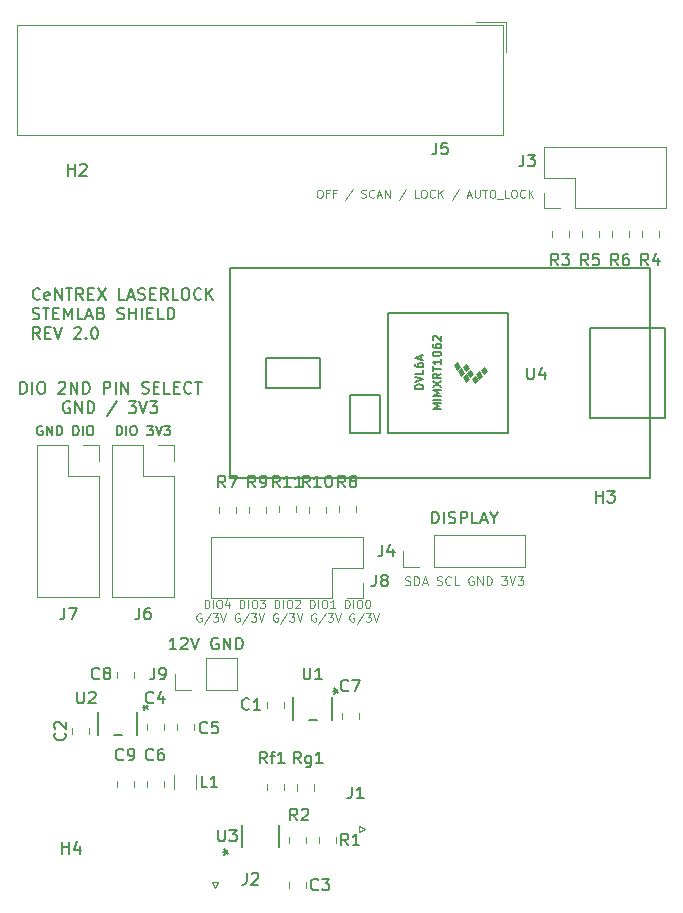
<source format=gbr>
G04 #@! TF.GenerationSoftware,KiCad,Pcbnew,(5.1.5)-3*
G04 #@! TF.CreationDate,2020-06-18T11:59:14-04:00*
G04 #@! TF.ProjectId,red_pitaya_shield,7265645f-7069-4746-9179-615f73686965,rev?*
G04 #@! TF.SameCoordinates,Original*
G04 #@! TF.FileFunction,Legend,Top*
G04 #@! TF.FilePolarity,Positive*
%FSLAX46Y46*%
G04 Gerber Fmt 4.6, Leading zero omitted, Abs format (unit mm)*
G04 Created by KiCad (PCBNEW (5.1.5)-3) date 2020-06-18 11:59:14*
%MOMM*%
%LPD*%
G04 APERTURE LIST*
%ADD10C,0.150000*%
%ADD11C,0.110000*%
%ADD12C,0.130000*%
%ADD13C,0.120000*%
%ADD14C,0.100000*%
%ADD15C,0.152400*%
G04 APERTURE END LIST*
D10*
X224083904Y-90368380D02*
X224083904Y-89368380D01*
X224322000Y-89368380D01*
X224464857Y-89416000D01*
X224560095Y-89511238D01*
X224607714Y-89606476D01*
X224655333Y-89796952D01*
X224655333Y-89939809D01*
X224607714Y-90130285D01*
X224560095Y-90225523D01*
X224464857Y-90320761D01*
X224322000Y-90368380D01*
X224083904Y-90368380D01*
X225083904Y-90368380D02*
X225083904Y-89368380D01*
X225512476Y-90320761D02*
X225655333Y-90368380D01*
X225893428Y-90368380D01*
X225988666Y-90320761D01*
X226036285Y-90273142D01*
X226083904Y-90177904D01*
X226083904Y-90082666D01*
X226036285Y-89987428D01*
X225988666Y-89939809D01*
X225893428Y-89892190D01*
X225702952Y-89844571D01*
X225607714Y-89796952D01*
X225560095Y-89749333D01*
X225512476Y-89654095D01*
X225512476Y-89558857D01*
X225560095Y-89463619D01*
X225607714Y-89416000D01*
X225702952Y-89368380D01*
X225941047Y-89368380D01*
X226083904Y-89416000D01*
X226512476Y-90368380D02*
X226512476Y-89368380D01*
X226893428Y-89368380D01*
X226988666Y-89416000D01*
X227036285Y-89463619D01*
X227083904Y-89558857D01*
X227083904Y-89701714D01*
X227036285Y-89796952D01*
X226988666Y-89844571D01*
X226893428Y-89892190D01*
X226512476Y-89892190D01*
X227988666Y-90368380D02*
X227512476Y-90368380D01*
X227512476Y-89368380D01*
X228274380Y-90082666D02*
X228750571Y-90082666D01*
X228179142Y-90368380D02*
X228512476Y-89368380D01*
X228845809Y-90368380D01*
X229369619Y-89892190D02*
X229369619Y-90368380D01*
X229036285Y-89368380D02*
X229369619Y-89892190D01*
X229702952Y-89368380D01*
X190899023Y-71351142D02*
X190851404Y-71398761D01*
X190708547Y-71446380D01*
X190613309Y-71446380D01*
X190470452Y-71398761D01*
X190375214Y-71303523D01*
X190327595Y-71208285D01*
X190279976Y-71017809D01*
X190279976Y-70874952D01*
X190327595Y-70684476D01*
X190375214Y-70589238D01*
X190470452Y-70494000D01*
X190613309Y-70446380D01*
X190708547Y-70446380D01*
X190851404Y-70494000D01*
X190899023Y-70541619D01*
X191708547Y-71398761D02*
X191613309Y-71446380D01*
X191422833Y-71446380D01*
X191327595Y-71398761D01*
X191279976Y-71303523D01*
X191279976Y-70922571D01*
X191327595Y-70827333D01*
X191422833Y-70779714D01*
X191613309Y-70779714D01*
X191708547Y-70827333D01*
X191756166Y-70922571D01*
X191756166Y-71017809D01*
X191279976Y-71113047D01*
X192184738Y-71446380D02*
X192184738Y-70446380D01*
X192756166Y-71446380D01*
X192756166Y-70446380D01*
X193089500Y-70446380D02*
X193660928Y-70446380D01*
X193375214Y-71446380D02*
X193375214Y-70446380D01*
X194565690Y-71446380D02*
X194232357Y-70970190D01*
X193994261Y-71446380D02*
X193994261Y-70446380D01*
X194375214Y-70446380D01*
X194470452Y-70494000D01*
X194518071Y-70541619D01*
X194565690Y-70636857D01*
X194565690Y-70779714D01*
X194518071Y-70874952D01*
X194470452Y-70922571D01*
X194375214Y-70970190D01*
X193994261Y-70970190D01*
X194994261Y-70922571D02*
X195327595Y-70922571D01*
X195470452Y-71446380D02*
X194994261Y-71446380D01*
X194994261Y-70446380D01*
X195470452Y-70446380D01*
X195803785Y-70446380D02*
X196470452Y-71446380D01*
X196470452Y-70446380D02*
X195803785Y-71446380D01*
X198089500Y-71446380D02*
X197613309Y-71446380D01*
X197613309Y-70446380D01*
X198375214Y-71160666D02*
X198851404Y-71160666D01*
X198279976Y-71446380D02*
X198613309Y-70446380D01*
X198946642Y-71446380D01*
X199232357Y-71398761D02*
X199375214Y-71446380D01*
X199613309Y-71446380D01*
X199708547Y-71398761D01*
X199756166Y-71351142D01*
X199803785Y-71255904D01*
X199803785Y-71160666D01*
X199756166Y-71065428D01*
X199708547Y-71017809D01*
X199613309Y-70970190D01*
X199422833Y-70922571D01*
X199327595Y-70874952D01*
X199279976Y-70827333D01*
X199232357Y-70732095D01*
X199232357Y-70636857D01*
X199279976Y-70541619D01*
X199327595Y-70494000D01*
X199422833Y-70446380D01*
X199660928Y-70446380D01*
X199803785Y-70494000D01*
X200232357Y-70922571D02*
X200565690Y-70922571D01*
X200708547Y-71446380D02*
X200232357Y-71446380D01*
X200232357Y-70446380D01*
X200708547Y-70446380D01*
X201708547Y-71446380D02*
X201375214Y-70970190D01*
X201137119Y-71446380D02*
X201137119Y-70446380D01*
X201518071Y-70446380D01*
X201613309Y-70494000D01*
X201660928Y-70541619D01*
X201708547Y-70636857D01*
X201708547Y-70779714D01*
X201660928Y-70874952D01*
X201613309Y-70922571D01*
X201518071Y-70970190D01*
X201137119Y-70970190D01*
X202613309Y-71446380D02*
X202137119Y-71446380D01*
X202137119Y-70446380D01*
X203137119Y-70446380D02*
X203327595Y-70446380D01*
X203422833Y-70494000D01*
X203518071Y-70589238D01*
X203565690Y-70779714D01*
X203565690Y-71113047D01*
X203518071Y-71303523D01*
X203422833Y-71398761D01*
X203327595Y-71446380D01*
X203137119Y-71446380D01*
X203041880Y-71398761D01*
X202946642Y-71303523D01*
X202899023Y-71113047D01*
X202899023Y-70779714D01*
X202946642Y-70589238D01*
X203041880Y-70494000D01*
X203137119Y-70446380D01*
X204565690Y-71351142D02*
X204518071Y-71398761D01*
X204375214Y-71446380D01*
X204279976Y-71446380D01*
X204137119Y-71398761D01*
X204041880Y-71303523D01*
X203994261Y-71208285D01*
X203946642Y-71017809D01*
X203946642Y-70874952D01*
X203994261Y-70684476D01*
X204041880Y-70589238D01*
X204137119Y-70494000D01*
X204279976Y-70446380D01*
X204375214Y-70446380D01*
X204518071Y-70494000D01*
X204565690Y-70541619D01*
X204994261Y-71446380D02*
X204994261Y-70446380D01*
X205565690Y-71446380D02*
X205137119Y-70874952D01*
X205565690Y-70446380D02*
X204994261Y-71017809D01*
X190279976Y-73048761D02*
X190422833Y-73096380D01*
X190660928Y-73096380D01*
X190756166Y-73048761D01*
X190803785Y-73001142D01*
X190851404Y-72905904D01*
X190851404Y-72810666D01*
X190803785Y-72715428D01*
X190756166Y-72667809D01*
X190660928Y-72620190D01*
X190470452Y-72572571D01*
X190375214Y-72524952D01*
X190327595Y-72477333D01*
X190279976Y-72382095D01*
X190279976Y-72286857D01*
X190327595Y-72191619D01*
X190375214Y-72144000D01*
X190470452Y-72096380D01*
X190708547Y-72096380D01*
X190851404Y-72144000D01*
X191137119Y-72096380D02*
X191708547Y-72096380D01*
X191422833Y-73096380D02*
X191422833Y-72096380D01*
X192041880Y-72572571D02*
X192375214Y-72572571D01*
X192518071Y-73096380D02*
X192041880Y-73096380D01*
X192041880Y-72096380D01*
X192518071Y-72096380D01*
X192946642Y-73096380D02*
X192946642Y-72096380D01*
X193279976Y-72810666D01*
X193613309Y-72096380D01*
X193613309Y-73096380D01*
X194565690Y-73096380D02*
X194089500Y-73096380D01*
X194089500Y-72096380D01*
X194851404Y-72810666D02*
X195327595Y-72810666D01*
X194756166Y-73096380D02*
X195089500Y-72096380D01*
X195422833Y-73096380D01*
X196089500Y-72572571D02*
X196232357Y-72620190D01*
X196279976Y-72667809D01*
X196327595Y-72763047D01*
X196327595Y-72905904D01*
X196279976Y-73001142D01*
X196232357Y-73048761D01*
X196137119Y-73096380D01*
X195756166Y-73096380D01*
X195756166Y-72096380D01*
X196089500Y-72096380D01*
X196184738Y-72144000D01*
X196232357Y-72191619D01*
X196279976Y-72286857D01*
X196279976Y-72382095D01*
X196232357Y-72477333D01*
X196184738Y-72524952D01*
X196089500Y-72572571D01*
X195756166Y-72572571D01*
X197470452Y-73048761D02*
X197613309Y-73096380D01*
X197851404Y-73096380D01*
X197946642Y-73048761D01*
X197994261Y-73001142D01*
X198041880Y-72905904D01*
X198041880Y-72810666D01*
X197994261Y-72715428D01*
X197946642Y-72667809D01*
X197851404Y-72620190D01*
X197660928Y-72572571D01*
X197565690Y-72524952D01*
X197518071Y-72477333D01*
X197470452Y-72382095D01*
X197470452Y-72286857D01*
X197518071Y-72191619D01*
X197565690Y-72144000D01*
X197660928Y-72096380D01*
X197899023Y-72096380D01*
X198041880Y-72144000D01*
X198470452Y-73096380D02*
X198470452Y-72096380D01*
X198470452Y-72572571D02*
X199041880Y-72572571D01*
X199041880Y-73096380D02*
X199041880Y-72096380D01*
X199518071Y-73096380D02*
X199518071Y-72096380D01*
X199994261Y-72572571D02*
X200327595Y-72572571D01*
X200470452Y-73096380D02*
X199994261Y-73096380D01*
X199994261Y-72096380D01*
X200470452Y-72096380D01*
X201375214Y-73096380D02*
X200899023Y-73096380D01*
X200899023Y-72096380D01*
X201708547Y-73096380D02*
X201708547Y-72096380D01*
X201946642Y-72096380D01*
X202089500Y-72144000D01*
X202184738Y-72239238D01*
X202232357Y-72334476D01*
X202279976Y-72524952D01*
X202279976Y-72667809D01*
X202232357Y-72858285D01*
X202184738Y-72953523D01*
X202089500Y-73048761D01*
X201946642Y-73096380D01*
X201708547Y-73096380D01*
X190899023Y-74746380D02*
X190565690Y-74270190D01*
X190327595Y-74746380D02*
X190327595Y-73746380D01*
X190708547Y-73746380D01*
X190803785Y-73794000D01*
X190851404Y-73841619D01*
X190899023Y-73936857D01*
X190899023Y-74079714D01*
X190851404Y-74174952D01*
X190803785Y-74222571D01*
X190708547Y-74270190D01*
X190327595Y-74270190D01*
X191327595Y-74222571D02*
X191660928Y-74222571D01*
X191803785Y-74746380D02*
X191327595Y-74746380D01*
X191327595Y-73746380D01*
X191803785Y-73746380D01*
X192089500Y-73746380D02*
X192422833Y-74746380D01*
X192756166Y-73746380D01*
X193803785Y-73841619D02*
X193851404Y-73794000D01*
X193946642Y-73746380D01*
X194184738Y-73746380D01*
X194279976Y-73794000D01*
X194327595Y-73841619D01*
X194375214Y-73936857D01*
X194375214Y-74032095D01*
X194327595Y-74174952D01*
X193756166Y-74746380D01*
X194375214Y-74746380D01*
X194803785Y-74651142D02*
X194851404Y-74698761D01*
X194803785Y-74746380D01*
X194756166Y-74698761D01*
X194803785Y-74651142D01*
X194803785Y-74746380D01*
X195470452Y-73746380D02*
X195565690Y-73746380D01*
X195660928Y-73794000D01*
X195708547Y-73841619D01*
X195756166Y-73936857D01*
X195803785Y-74127333D01*
X195803785Y-74365428D01*
X195756166Y-74555904D01*
X195708547Y-74651142D01*
X195660928Y-74698761D01*
X195565690Y-74746380D01*
X195470452Y-74746380D01*
X195375214Y-74698761D01*
X195327595Y-74651142D01*
X195279976Y-74555904D01*
X195232357Y-74365428D01*
X195232357Y-74127333D01*
X195279976Y-73936857D01*
X195327595Y-73841619D01*
X195375214Y-73794000D01*
X195470452Y-73746380D01*
X189254761Y-79383380D02*
X189254761Y-78383380D01*
X189492857Y-78383380D01*
X189635714Y-78431000D01*
X189730952Y-78526238D01*
X189778571Y-78621476D01*
X189826190Y-78811952D01*
X189826190Y-78954809D01*
X189778571Y-79145285D01*
X189730952Y-79240523D01*
X189635714Y-79335761D01*
X189492857Y-79383380D01*
X189254761Y-79383380D01*
X190254761Y-79383380D02*
X190254761Y-78383380D01*
X190921428Y-78383380D02*
X191111904Y-78383380D01*
X191207142Y-78431000D01*
X191302380Y-78526238D01*
X191350000Y-78716714D01*
X191350000Y-79050047D01*
X191302380Y-79240523D01*
X191207142Y-79335761D01*
X191111904Y-79383380D01*
X190921428Y-79383380D01*
X190826190Y-79335761D01*
X190730952Y-79240523D01*
X190683333Y-79050047D01*
X190683333Y-78716714D01*
X190730952Y-78526238D01*
X190826190Y-78431000D01*
X190921428Y-78383380D01*
X192492857Y-78478619D02*
X192540476Y-78431000D01*
X192635714Y-78383380D01*
X192873809Y-78383380D01*
X192969047Y-78431000D01*
X193016666Y-78478619D01*
X193064285Y-78573857D01*
X193064285Y-78669095D01*
X193016666Y-78811952D01*
X192445238Y-79383380D01*
X193064285Y-79383380D01*
X193492857Y-79383380D02*
X193492857Y-78383380D01*
X194064285Y-79383380D01*
X194064285Y-78383380D01*
X194540476Y-79383380D02*
X194540476Y-78383380D01*
X194778571Y-78383380D01*
X194921428Y-78431000D01*
X195016666Y-78526238D01*
X195064285Y-78621476D01*
X195111904Y-78811952D01*
X195111904Y-78954809D01*
X195064285Y-79145285D01*
X195016666Y-79240523D01*
X194921428Y-79335761D01*
X194778571Y-79383380D01*
X194540476Y-79383380D01*
X196302380Y-79383380D02*
X196302380Y-78383380D01*
X196683333Y-78383380D01*
X196778571Y-78431000D01*
X196826190Y-78478619D01*
X196873809Y-78573857D01*
X196873809Y-78716714D01*
X196826190Y-78811952D01*
X196778571Y-78859571D01*
X196683333Y-78907190D01*
X196302380Y-78907190D01*
X197302380Y-79383380D02*
X197302380Y-78383380D01*
X197778571Y-79383380D02*
X197778571Y-78383380D01*
X198350000Y-79383380D01*
X198350000Y-78383380D01*
X199540476Y-79335761D02*
X199683333Y-79383380D01*
X199921428Y-79383380D01*
X200016666Y-79335761D01*
X200064285Y-79288142D01*
X200111904Y-79192904D01*
X200111904Y-79097666D01*
X200064285Y-79002428D01*
X200016666Y-78954809D01*
X199921428Y-78907190D01*
X199730952Y-78859571D01*
X199635714Y-78811952D01*
X199588095Y-78764333D01*
X199540476Y-78669095D01*
X199540476Y-78573857D01*
X199588095Y-78478619D01*
X199635714Y-78431000D01*
X199730952Y-78383380D01*
X199969047Y-78383380D01*
X200111904Y-78431000D01*
X200540476Y-78859571D02*
X200873809Y-78859571D01*
X201016666Y-79383380D02*
X200540476Y-79383380D01*
X200540476Y-78383380D01*
X201016666Y-78383380D01*
X201921428Y-79383380D02*
X201445238Y-79383380D01*
X201445238Y-78383380D01*
X202254761Y-78859571D02*
X202588095Y-78859571D01*
X202730952Y-79383380D02*
X202254761Y-79383380D01*
X202254761Y-78383380D01*
X202730952Y-78383380D01*
X203730952Y-79288142D02*
X203683333Y-79335761D01*
X203540476Y-79383380D01*
X203445238Y-79383380D01*
X203302380Y-79335761D01*
X203207142Y-79240523D01*
X203159523Y-79145285D01*
X203111904Y-78954809D01*
X203111904Y-78811952D01*
X203159523Y-78621476D01*
X203207142Y-78526238D01*
X203302380Y-78431000D01*
X203445238Y-78383380D01*
X203540476Y-78383380D01*
X203683333Y-78431000D01*
X203730952Y-78478619D01*
X204016666Y-78383380D02*
X204588095Y-78383380D01*
X204302380Y-79383380D02*
X204302380Y-78383380D01*
X193421428Y-80081000D02*
X193326190Y-80033380D01*
X193183333Y-80033380D01*
X193040476Y-80081000D01*
X192945238Y-80176238D01*
X192897619Y-80271476D01*
X192850000Y-80461952D01*
X192850000Y-80604809D01*
X192897619Y-80795285D01*
X192945238Y-80890523D01*
X193040476Y-80985761D01*
X193183333Y-81033380D01*
X193278571Y-81033380D01*
X193421428Y-80985761D01*
X193469047Y-80938142D01*
X193469047Y-80604809D01*
X193278571Y-80604809D01*
X193897619Y-81033380D02*
X193897619Y-80033380D01*
X194469047Y-81033380D01*
X194469047Y-80033380D01*
X194945238Y-81033380D02*
X194945238Y-80033380D01*
X195183333Y-80033380D01*
X195326190Y-80081000D01*
X195421428Y-80176238D01*
X195469047Y-80271476D01*
X195516666Y-80461952D01*
X195516666Y-80604809D01*
X195469047Y-80795285D01*
X195421428Y-80890523D01*
X195326190Y-80985761D01*
X195183333Y-81033380D01*
X194945238Y-81033380D01*
X197421428Y-79985761D02*
X196564285Y-81271476D01*
X198421428Y-80033380D02*
X199040476Y-80033380D01*
X198707142Y-80414333D01*
X198850000Y-80414333D01*
X198945238Y-80461952D01*
X198992857Y-80509571D01*
X199040476Y-80604809D01*
X199040476Y-80842904D01*
X198992857Y-80938142D01*
X198945238Y-80985761D01*
X198850000Y-81033380D01*
X198564285Y-81033380D01*
X198469047Y-80985761D01*
X198421428Y-80938142D01*
X199326190Y-80033380D02*
X199659523Y-81033380D01*
X199992857Y-80033380D01*
X200230952Y-80033380D02*
X200850000Y-80033380D01*
X200516666Y-80414333D01*
X200659523Y-80414333D01*
X200754761Y-80461952D01*
X200802380Y-80509571D01*
X200850000Y-80604809D01*
X200850000Y-80842904D01*
X200802380Y-80938142D01*
X200754761Y-80985761D01*
X200659523Y-81033380D01*
X200373809Y-81033380D01*
X200278571Y-80985761D01*
X200230952Y-80938142D01*
D11*
X204852666Y-97526666D02*
X204852666Y-96826666D01*
X205019333Y-96826666D01*
X205119333Y-96860000D01*
X205186000Y-96926666D01*
X205219333Y-96993333D01*
X205252666Y-97126666D01*
X205252666Y-97226666D01*
X205219333Y-97360000D01*
X205186000Y-97426666D01*
X205119333Y-97493333D01*
X205019333Y-97526666D01*
X204852666Y-97526666D01*
X205552666Y-97526666D02*
X205552666Y-96826666D01*
X206019333Y-96826666D02*
X206152666Y-96826666D01*
X206219333Y-96860000D01*
X206286000Y-96926666D01*
X206319333Y-97060000D01*
X206319333Y-97293333D01*
X206286000Y-97426666D01*
X206219333Y-97493333D01*
X206152666Y-97526666D01*
X206019333Y-97526666D01*
X205952666Y-97493333D01*
X205886000Y-97426666D01*
X205852666Y-97293333D01*
X205852666Y-97060000D01*
X205886000Y-96926666D01*
X205952666Y-96860000D01*
X206019333Y-96826666D01*
X206919333Y-97060000D02*
X206919333Y-97526666D01*
X206752666Y-96793333D02*
X206586000Y-97293333D01*
X207019333Y-97293333D01*
X207819333Y-97526666D02*
X207819333Y-96826666D01*
X207986000Y-96826666D01*
X208086000Y-96860000D01*
X208152666Y-96926666D01*
X208186000Y-96993333D01*
X208219333Y-97126666D01*
X208219333Y-97226666D01*
X208186000Y-97360000D01*
X208152666Y-97426666D01*
X208086000Y-97493333D01*
X207986000Y-97526666D01*
X207819333Y-97526666D01*
X208519333Y-97526666D02*
X208519333Y-96826666D01*
X208986000Y-96826666D02*
X209119333Y-96826666D01*
X209186000Y-96860000D01*
X209252666Y-96926666D01*
X209286000Y-97060000D01*
X209286000Y-97293333D01*
X209252666Y-97426666D01*
X209186000Y-97493333D01*
X209119333Y-97526666D01*
X208986000Y-97526666D01*
X208919333Y-97493333D01*
X208852666Y-97426666D01*
X208819333Y-97293333D01*
X208819333Y-97060000D01*
X208852666Y-96926666D01*
X208919333Y-96860000D01*
X208986000Y-96826666D01*
X209519333Y-96826666D02*
X209952666Y-96826666D01*
X209719333Y-97093333D01*
X209819333Y-97093333D01*
X209886000Y-97126666D01*
X209919333Y-97160000D01*
X209952666Y-97226666D01*
X209952666Y-97393333D01*
X209919333Y-97460000D01*
X209886000Y-97493333D01*
X209819333Y-97526666D01*
X209619333Y-97526666D01*
X209552666Y-97493333D01*
X209519333Y-97460000D01*
X210786000Y-97526666D02*
X210786000Y-96826666D01*
X210952666Y-96826666D01*
X211052666Y-96860000D01*
X211119333Y-96926666D01*
X211152666Y-96993333D01*
X211186000Y-97126666D01*
X211186000Y-97226666D01*
X211152666Y-97360000D01*
X211119333Y-97426666D01*
X211052666Y-97493333D01*
X210952666Y-97526666D01*
X210786000Y-97526666D01*
X211486000Y-97526666D02*
X211486000Y-96826666D01*
X211952666Y-96826666D02*
X212086000Y-96826666D01*
X212152666Y-96860000D01*
X212219333Y-96926666D01*
X212252666Y-97060000D01*
X212252666Y-97293333D01*
X212219333Y-97426666D01*
X212152666Y-97493333D01*
X212086000Y-97526666D01*
X211952666Y-97526666D01*
X211886000Y-97493333D01*
X211819333Y-97426666D01*
X211786000Y-97293333D01*
X211786000Y-97060000D01*
X211819333Y-96926666D01*
X211886000Y-96860000D01*
X211952666Y-96826666D01*
X212519333Y-96893333D02*
X212552666Y-96860000D01*
X212619333Y-96826666D01*
X212786000Y-96826666D01*
X212852666Y-96860000D01*
X212886000Y-96893333D01*
X212919333Y-96960000D01*
X212919333Y-97026666D01*
X212886000Y-97126666D01*
X212486000Y-97526666D01*
X212919333Y-97526666D01*
X213752666Y-97526666D02*
X213752666Y-96826666D01*
X213919333Y-96826666D01*
X214019333Y-96860000D01*
X214086000Y-96926666D01*
X214119333Y-96993333D01*
X214152666Y-97126666D01*
X214152666Y-97226666D01*
X214119333Y-97360000D01*
X214086000Y-97426666D01*
X214019333Y-97493333D01*
X213919333Y-97526666D01*
X213752666Y-97526666D01*
X214452666Y-97526666D02*
X214452666Y-96826666D01*
X214919333Y-96826666D02*
X215052666Y-96826666D01*
X215119333Y-96860000D01*
X215186000Y-96926666D01*
X215219333Y-97060000D01*
X215219333Y-97293333D01*
X215186000Y-97426666D01*
X215119333Y-97493333D01*
X215052666Y-97526666D01*
X214919333Y-97526666D01*
X214852666Y-97493333D01*
X214786000Y-97426666D01*
X214752666Y-97293333D01*
X214752666Y-97060000D01*
X214786000Y-96926666D01*
X214852666Y-96860000D01*
X214919333Y-96826666D01*
X215886000Y-97526666D02*
X215486000Y-97526666D01*
X215686000Y-97526666D02*
X215686000Y-96826666D01*
X215619333Y-96926666D01*
X215552666Y-96993333D01*
X215486000Y-97026666D01*
X216719333Y-97526666D02*
X216719333Y-96826666D01*
X216886000Y-96826666D01*
X216986000Y-96860000D01*
X217052666Y-96926666D01*
X217086000Y-96993333D01*
X217119333Y-97126666D01*
X217119333Y-97226666D01*
X217086000Y-97360000D01*
X217052666Y-97426666D01*
X216986000Y-97493333D01*
X216886000Y-97526666D01*
X216719333Y-97526666D01*
X217419333Y-97526666D02*
X217419333Y-96826666D01*
X217886000Y-96826666D02*
X218019333Y-96826666D01*
X218086000Y-96860000D01*
X218152666Y-96926666D01*
X218186000Y-97060000D01*
X218186000Y-97293333D01*
X218152666Y-97426666D01*
X218086000Y-97493333D01*
X218019333Y-97526666D01*
X217886000Y-97526666D01*
X217819333Y-97493333D01*
X217752666Y-97426666D01*
X217719333Y-97293333D01*
X217719333Y-97060000D01*
X217752666Y-96926666D01*
X217819333Y-96860000D01*
X217886000Y-96826666D01*
X218619333Y-96826666D02*
X218686000Y-96826666D01*
X218752666Y-96860000D01*
X218786000Y-96893333D01*
X218819333Y-96960000D01*
X218852666Y-97093333D01*
X218852666Y-97260000D01*
X218819333Y-97393333D01*
X218786000Y-97460000D01*
X218752666Y-97493333D01*
X218686000Y-97526666D01*
X218619333Y-97526666D01*
X218552666Y-97493333D01*
X218519333Y-97460000D01*
X218486000Y-97393333D01*
X218452666Y-97260000D01*
X218452666Y-97093333D01*
X218486000Y-96960000D01*
X218519333Y-96893333D01*
X218552666Y-96860000D01*
X218619333Y-96826666D01*
X204552666Y-98020000D02*
X204486000Y-97986666D01*
X204386000Y-97986666D01*
X204286000Y-98020000D01*
X204219333Y-98086666D01*
X204186000Y-98153333D01*
X204152666Y-98286666D01*
X204152666Y-98386666D01*
X204186000Y-98520000D01*
X204219333Y-98586666D01*
X204286000Y-98653333D01*
X204386000Y-98686666D01*
X204452666Y-98686666D01*
X204552666Y-98653333D01*
X204586000Y-98620000D01*
X204586000Y-98386666D01*
X204452666Y-98386666D01*
X205386000Y-97953333D02*
X204786000Y-98853333D01*
X205552666Y-97986666D02*
X205986000Y-97986666D01*
X205752666Y-98253333D01*
X205852666Y-98253333D01*
X205919333Y-98286666D01*
X205952666Y-98320000D01*
X205986000Y-98386666D01*
X205986000Y-98553333D01*
X205952666Y-98620000D01*
X205919333Y-98653333D01*
X205852666Y-98686666D01*
X205652666Y-98686666D01*
X205586000Y-98653333D01*
X205552666Y-98620000D01*
X206186000Y-97986666D02*
X206419333Y-98686666D01*
X206652666Y-97986666D01*
X207786000Y-98020000D02*
X207719333Y-97986666D01*
X207619333Y-97986666D01*
X207519333Y-98020000D01*
X207452666Y-98086666D01*
X207419333Y-98153333D01*
X207386000Y-98286666D01*
X207386000Y-98386666D01*
X207419333Y-98520000D01*
X207452666Y-98586666D01*
X207519333Y-98653333D01*
X207619333Y-98686666D01*
X207686000Y-98686666D01*
X207786000Y-98653333D01*
X207819333Y-98620000D01*
X207819333Y-98386666D01*
X207686000Y-98386666D01*
X208619333Y-97953333D02*
X208019333Y-98853333D01*
X208786000Y-97986666D02*
X209219333Y-97986666D01*
X208986000Y-98253333D01*
X209086000Y-98253333D01*
X209152666Y-98286666D01*
X209186000Y-98320000D01*
X209219333Y-98386666D01*
X209219333Y-98553333D01*
X209186000Y-98620000D01*
X209152666Y-98653333D01*
X209086000Y-98686666D01*
X208886000Y-98686666D01*
X208819333Y-98653333D01*
X208786000Y-98620000D01*
X209419333Y-97986666D02*
X209652666Y-98686666D01*
X209886000Y-97986666D01*
X211019333Y-98020000D02*
X210952666Y-97986666D01*
X210852666Y-97986666D01*
X210752666Y-98020000D01*
X210686000Y-98086666D01*
X210652666Y-98153333D01*
X210619333Y-98286666D01*
X210619333Y-98386666D01*
X210652666Y-98520000D01*
X210686000Y-98586666D01*
X210752666Y-98653333D01*
X210852666Y-98686666D01*
X210919333Y-98686666D01*
X211019333Y-98653333D01*
X211052666Y-98620000D01*
X211052666Y-98386666D01*
X210919333Y-98386666D01*
X211852666Y-97953333D02*
X211252666Y-98853333D01*
X212019333Y-97986666D02*
X212452666Y-97986666D01*
X212219333Y-98253333D01*
X212319333Y-98253333D01*
X212386000Y-98286666D01*
X212419333Y-98320000D01*
X212452666Y-98386666D01*
X212452666Y-98553333D01*
X212419333Y-98620000D01*
X212386000Y-98653333D01*
X212319333Y-98686666D01*
X212119333Y-98686666D01*
X212052666Y-98653333D01*
X212019333Y-98620000D01*
X212652666Y-97986666D02*
X212886000Y-98686666D01*
X213119333Y-97986666D01*
X214252666Y-98020000D02*
X214186000Y-97986666D01*
X214086000Y-97986666D01*
X213986000Y-98020000D01*
X213919333Y-98086666D01*
X213886000Y-98153333D01*
X213852666Y-98286666D01*
X213852666Y-98386666D01*
X213886000Y-98520000D01*
X213919333Y-98586666D01*
X213986000Y-98653333D01*
X214086000Y-98686666D01*
X214152666Y-98686666D01*
X214252666Y-98653333D01*
X214286000Y-98620000D01*
X214286000Y-98386666D01*
X214152666Y-98386666D01*
X215086000Y-97953333D02*
X214486000Y-98853333D01*
X215252666Y-97986666D02*
X215686000Y-97986666D01*
X215452666Y-98253333D01*
X215552666Y-98253333D01*
X215619333Y-98286666D01*
X215652666Y-98320000D01*
X215686000Y-98386666D01*
X215686000Y-98553333D01*
X215652666Y-98620000D01*
X215619333Y-98653333D01*
X215552666Y-98686666D01*
X215352666Y-98686666D01*
X215286000Y-98653333D01*
X215252666Y-98620000D01*
X215886000Y-97986666D02*
X216119333Y-98686666D01*
X216352666Y-97986666D01*
X217486000Y-98020000D02*
X217419333Y-97986666D01*
X217319333Y-97986666D01*
X217219333Y-98020000D01*
X217152666Y-98086666D01*
X217119333Y-98153333D01*
X217086000Y-98286666D01*
X217086000Y-98386666D01*
X217119333Y-98520000D01*
X217152666Y-98586666D01*
X217219333Y-98653333D01*
X217319333Y-98686666D01*
X217386000Y-98686666D01*
X217486000Y-98653333D01*
X217519333Y-98620000D01*
X217519333Y-98386666D01*
X217386000Y-98386666D01*
X218319333Y-97953333D02*
X217719333Y-98853333D01*
X218486000Y-97986666D02*
X218919333Y-97986666D01*
X218686000Y-98253333D01*
X218786000Y-98253333D01*
X218852666Y-98286666D01*
X218886000Y-98320000D01*
X218919333Y-98386666D01*
X218919333Y-98553333D01*
X218886000Y-98620000D01*
X218852666Y-98653333D01*
X218786000Y-98686666D01*
X218586000Y-98686666D01*
X218519333Y-98653333D01*
X218486000Y-98620000D01*
X219119333Y-97986666D02*
X219352666Y-98686666D01*
X219586000Y-97986666D01*
X214536666Y-62100666D02*
X214670000Y-62100666D01*
X214736666Y-62134000D01*
X214803333Y-62200666D01*
X214836666Y-62334000D01*
X214836666Y-62567333D01*
X214803333Y-62700666D01*
X214736666Y-62767333D01*
X214670000Y-62800666D01*
X214536666Y-62800666D01*
X214470000Y-62767333D01*
X214403333Y-62700666D01*
X214370000Y-62567333D01*
X214370000Y-62334000D01*
X214403333Y-62200666D01*
X214470000Y-62134000D01*
X214536666Y-62100666D01*
X215370000Y-62434000D02*
X215136666Y-62434000D01*
X215136666Y-62800666D02*
X215136666Y-62100666D01*
X215470000Y-62100666D01*
X215970000Y-62434000D02*
X215736666Y-62434000D01*
X215736666Y-62800666D02*
X215736666Y-62100666D01*
X216070000Y-62100666D01*
X217370000Y-62067333D02*
X216770000Y-62967333D01*
X218103333Y-62767333D02*
X218203333Y-62800666D01*
X218370000Y-62800666D01*
X218436666Y-62767333D01*
X218470000Y-62734000D01*
X218503333Y-62667333D01*
X218503333Y-62600666D01*
X218470000Y-62534000D01*
X218436666Y-62500666D01*
X218370000Y-62467333D01*
X218236666Y-62434000D01*
X218170000Y-62400666D01*
X218136666Y-62367333D01*
X218103333Y-62300666D01*
X218103333Y-62234000D01*
X218136666Y-62167333D01*
X218170000Y-62134000D01*
X218236666Y-62100666D01*
X218403333Y-62100666D01*
X218503333Y-62134000D01*
X219203333Y-62734000D02*
X219170000Y-62767333D01*
X219070000Y-62800666D01*
X219003333Y-62800666D01*
X218903333Y-62767333D01*
X218836666Y-62700666D01*
X218803333Y-62634000D01*
X218770000Y-62500666D01*
X218770000Y-62400666D01*
X218803333Y-62267333D01*
X218836666Y-62200666D01*
X218903333Y-62134000D01*
X219003333Y-62100666D01*
X219070000Y-62100666D01*
X219170000Y-62134000D01*
X219203333Y-62167333D01*
X219470000Y-62600666D02*
X219803333Y-62600666D01*
X219403333Y-62800666D02*
X219636666Y-62100666D01*
X219870000Y-62800666D01*
X220103333Y-62800666D02*
X220103333Y-62100666D01*
X220503333Y-62800666D01*
X220503333Y-62100666D01*
X221870000Y-62067333D02*
X221270000Y-62967333D01*
X222970000Y-62800666D02*
X222636666Y-62800666D01*
X222636666Y-62100666D01*
X223336666Y-62100666D02*
X223470000Y-62100666D01*
X223536666Y-62134000D01*
X223603333Y-62200666D01*
X223636666Y-62334000D01*
X223636666Y-62567333D01*
X223603333Y-62700666D01*
X223536666Y-62767333D01*
X223470000Y-62800666D01*
X223336666Y-62800666D01*
X223270000Y-62767333D01*
X223203333Y-62700666D01*
X223170000Y-62567333D01*
X223170000Y-62334000D01*
X223203333Y-62200666D01*
X223270000Y-62134000D01*
X223336666Y-62100666D01*
X224336666Y-62734000D02*
X224303333Y-62767333D01*
X224203333Y-62800666D01*
X224136666Y-62800666D01*
X224036666Y-62767333D01*
X223970000Y-62700666D01*
X223936666Y-62634000D01*
X223903333Y-62500666D01*
X223903333Y-62400666D01*
X223936666Y-62267333D01*
X223970000Y-62200666D01*
X224036666Y-62134000D01*
X224136666Y-62100666D01*
X224203333Y-62100666D01*
X224303333Y-62134000D01*
X224336666Y-62167333D01*
X224636666Y-62800666D02*
X224636666Y-62100666D01*
X225036666Y-62800666D02*
X224736666Y-62400666D01*
X225036666Y-62100666D02*
X224636666Y-62500666D01*
X226370000Y-62067333D02*
X225770000Y-62967333D01*
X227103333Y-62600666D02*
X227436666Y-62600666D01*
X227036666Y-62800666D02*
X227270000Y-62100666D01*
X227503333Y-62800666D01*
X227736666Y-62100666D02*
X227736666Y-62667333D01*
X227770000Y-62734000D01*
X227803333Y-62767333D01*
X227870000Y-62800666D01*
X228003333Y-62800666D01*
X228070000Y-62767333D01*
X228103333Y-62734000D01*
X228136666Y-62667333D01*
X228136666Y-62100666D01*
X228370000Y-62100666D02*
X228770000Y-62100666D01*
X228570000Y-62800666D02*
X228570000Y-62100666D01*
X229136666Y-62100666D02*
X229270000Y-62100666D01*
X229336666Y-62134000D01*
X229403333Y-62200666D01*
X229436666Y-62334000D01*
X229436666Y-62567333D01*
X229403333Y-62700666D01*
X229336666Y-62767333D01*
X229270000Y-62800666D01*
X229136666Y-62800666D01*
X229070000Y-62767333D01*
X229003333Y-62700666D01*
X228970000Y-62567333D01*
X228970000Y-62334000D01*
X229003333Y-62200666D01*
X229070000Y-62134000D01*
X229136666Y-62100666D01*
X229570000Y-62867333D02*
X230103333Y-62867333D01*
X230603333Y-62800666D02*
X230270000Y-62800666D01*
X230270000Y-62100666D01*
X230970000Y-62100666D02*
X231103333Y-62100666D01*
X231170000Y-62134000D01*
X231236666Y-62200666D01*
X231270000Y-62334000D01*
X231270000Y-62567333D01*
X231236666Y-62700666D01*
X231170000Y-62767333D01*
X231103333Y-62800666D01*
X230970000Y-62800666D01*
X230903333Y-62767333D01*
X230836666Y-62700666D01*
X230803333Y-62567333D01*
X230803333Y-62334000D01*
X230836666Y-62200666D01*
X230903333Y-62134000D01*
X230970000Y-62100666D01*
X231970000Y-62734000D02*
X231936666Y-62767333D01*
X231836666Y-62800666D01*
X231770000Y-62800666D01*
X231670000Y-62767333D01*
X231603333Y-62700666D01*
X231570000Y-62634000D01*
X231536666Y-62500666D01*
X231536666Y-62400666D01*
X231570000Y-62267333D01*
X231603333Y-62200666D01*
X231670000Y-62134000D01*
X231770000Y-62100666D01*
X231836666Y-62100666D01*
X231936666Y-62134000D01*
X231970000Y-62167333D01*
X232270000Y-62800666D02*
X232270000Y-62100666D01*
X232670000Y-62800666D02*
X232370000Y-62400666D01*
X232670000Y-62100666D02*
X232270000Y-62500666D01*
D12*
X197415428Y-82911904D02*
X197415428Y-82111904D01*
X197605904Y-82111904D01*
X197720190Y-82150000D01*
X197796380Y-82226190D01*
X197834476Y-82302380D01*
X197872571Y-82454761D01*
X197872571Y-82569047D01*
X197834476Y-82721428D01*
X197796380Y-82797619D01*
X197720190Y-82873809D01*
X197605904Y-82911904D01*
X197415428Y-82911904D01*
X198215428Y-82911904D02*
X198215428Y-82111904D01*
X198748761Y-82111904D02*
X198901142Y-82111904D01*
X198977333Y-82150000D01*
X199053523Y-82226190D01*
X199091619Y-82378571D01*
X199091619Y-82645238D01*
X199053523Y-82797619D01*
X198977333Y-82873809D01*
X198901142Y-82911904D01*
X198748761Y-82911904D01*
X198672571Y-82873809D01*
X198596380Y-82797619D01*
X198558285Y-82645238D01*
X198558285Y-82378571D01*
X198596380Y-82226190D01*
X198672571Y-82150000D01*
X198748761Y-82111904D01*
X199967809Y-82111904D02*
X200463047Y-82111904D01*
X200196380Y-82416666D01*
X200310666Y-82416666D01*
X200386857Y-82454761D01*
X200424952Y-82492857D01*
X200463047Y-82569047D01*
X200463047Y-82759523D01*
X200424952Y-82835714D01*
X200386857Y-82873809D01*
X200310666Y-82911904D01*
X200082095Y-82911904D01*
X200005904Y-82873809D01*
X199967809Y-82835714D01*
X200691619Y-82111904D02*
X200958285Y-82911904D01*
X201224952Y-82111904D01*
X201415428Y-82111904D02*
X201910666Y-82111904D01*
X201644000Y-82416666D01*
X201758285Y-82416666D01*
X201834476Y-82454761D01*
X201872571Y-82492857D01*
X201910666Y-82569047D01*
X201910666Y-82759523D01*
X201872571Y-82835714D01*
X201834476Y-82873809D01*
X201758285Y-82911904D01*
X201529714Y-82911904D01*
X201453523Y-82873809D01*
X201415428Y-82835714D01*
X191116190Y-82150000D02*
X191040000Y-82111904D01*
X190925714Y-82111904D01*
X190811428Y-82150000D01*
X190735238Y-82226190D01*
X190697142Y-82302380D01*
X190659047Y-82454761D01*
X190659047Y-82569047D01*
X190697142Y-82721428D01*
X190735238Y-82797619D01*
X190811428Y-82873809D01*
X190925714Y-82911904D01*
X191001904Y-82911904D01*
X191116190Y-82873809D01*
X191154285Y-82835714D01*
X191154285Y-82569047D01*
X191001904Y-82569047D01*
X191497142Y-82911904D02*
X191497142Y-82111904D01*
X191954285Y-82911904D01*
X191954285Y-82111904D01*
X192335238Y-82911904D02*
X192335238Y-82111904D01*
X192525714Y-82111904D01*
X192640000Y-82150000D01*
X192716190Y-82226190D01*
X192754285Y-82302380D01*
X192792380Y-82454761D01*
X192792380Y-82569047D01*
X192754285Y-82721428D01*
X192716190Y-82797619D01*
X192640000Y-82873809D01*
X192525714Y-82911904D01*
X192335238Y-82911904D01*
X193744761Y-82911904D02*
X193744761Y-82111904D01*
X193935238Y-82111904D01*
X194049523Y-82150000D01*
X194125714Y-82226190D01*
X194163809Y-82302380D01*
X194201904Y-82454761D01*
X194201904Y-82569047D01*
X194163809Y-82721428D01*
X194125714Y-82797619D01*
X194049523Y-82873809D01*
X193935238Y-82911904D01*
X193744761Y-82911904D01*
X194544761Y-82911904D02*
X194544761Y-82111904D01*
X195078095Y-82111904D02*
X195230476Y-82111904D01*
X195306666Y-82150000D01*
X195382857Y-82226190D01*
X195420952Y-82378571D01*
X195420952Y-82645238D01*
X195382857Y-82797619D01*
X195306666Y-82873809D01*
X195230476Y-82911904D01*
X195078095Y-82911904D01*
X195001904Y-82873809D01*
X194925714Y-82797619D01*
X194887619Y-82645238D01*
X194887619Y-82378571D01*
X194925714Y-82226190D01*
X195001904Y-82150000D01*
X195078095Y-82111904D01*
D10*
X202454190Y-101036380D02*
X201882761Y-101036380D01*
X202168476Y-101036380D02*
X202168476Y-100036380D01*
X202073238Y-100179238D01*
X201978000Y-100274476D01*
X201882761Y-100322095D01*
X202835142Y-100131619D02*
X202882761Y-100084000D01*
X202978000Y-100036380D01*
X203216095Y-100036380D01*
X203311333Y-100084000D01*
X203358952Y-100131619D01*
X203406571Y-100226857D01*
X203406571Y-100322095D01*
X203358952Y-100464952D01*
X202787523Y-101036380D01*
X203406571Y-101036380D01*
X203692285Y-100036380D02*
X204025619Y-101036380D01*
X204358952Y-100036380D01*
X205978000Y-100084000D02*
X205882761Y-100036380D01*
X205739904Y-100036380D01*
X205597047Y-100084000D01*
X205501809Y-100179238D01*
X205454190Y-100274476D01*
X205406571Y-100464952D01*
X205406571Y-100607809D01*
X205454190Y-100798285D01*
X205501809Y-100893523D01*
X205597047Y-100988761D01*
X205739904Y-101036380D01*
X205835142Y-101036380D01*
X205978000Y-100988761D01*
X206025619Y-100941142D01*
X206025619Y-100607809D01*
X205835142Y-100607809D01*
X206454190Y-101036380D02*
X206454190Y-100036380D01*
X207025619Y-101036380D01*
X207025619Y-100036380D01*
X207501809Y-101036380D02*
X207501809Y-100036380D01*
X207739904Y-100036380D01*
X207882761Y-100084000D01*
X207978000Y-100179238D01*
X208025619Y-100274476D01*
X208073238Y-100464952D01*
X208073238Y-100607809D01*
X208025619Y-100798285D01*
X207978000Y-100893523D01*
X207882761Y-100988761D01*
X207739904Y-101036380D01*
X207501809Y-101036380D01*
D13*
X221839857Y-95553571D02*
X221947000Y-95589285D01*
X222125571Y-95589285D01*
X222197000Y-95553571D01*
X222232714Y-95517857D01*
X222268428Y-95446428D01*
X222268428Y-95375000D01*
X222232714Y-95303571D01*
X222197000Y-95267857D01*
X222125571Y-95232142D01*
X221982714Y-95196428D01*
X221911285Y-95160714D01*
X221875571Y-95125000D01*
X221839857Y-95053571D01*
X221839857Y-94982142D01*
X221875571Y-94910714D01*
X221911285Y-94875000D01*
X221982714Y-94839285D01*
X222161285Y-94839285D01*
X222268428Y-94875000D01*
X222589857Y-95589285D02*
X222589857Y-94839285D01*
X222768428Y-94839285D01*
X222875571Y-94875000D01*
X222947000Y-94946428D01*
X222982714Y-95017857D01*
X223018428Y-95160714D01*
X223018428Y-95267857D01*
X222982714Y-95410714D01*
X222947000Y-95482142D01*
X222875571Y-95553571D01*
X222768428Y-95589285D01*
X222589857Y-95589285D01*
X223304142Y-95375000D02*
X223661285Y-95375000D01*
X223232714Y-95589285D02*
X223482714Y-94839285D01*
X223732714Y-95589285D01*
X224518428Y-95553571D02*
X224625571Y-95589285D01*
X224804142Y-95589285D01*
X224875571Y-95553571D01*
X224911285Y-95517857D01*
X224947000Y-95446428D01*
X224947000Y-95375000D01*
X224911285Y-95303571D01*
X224875571Y-95267857D01*
X224804142Y-95232142D01*
X224661285Y-95196428D01*
X224589857Y-95160714D01*
X224554142Y-95125000D01*
X224518428Y-95053571D01*
X224518428Y-94982142D01*
X224554142Y-94910714D01*
X224589857Y-94875000D01*
X224661285Y-94839285D01*
X224839857Y-94839285D01*
X224947000Y-94875000D01*
X225697000Y-95517857D02*
X225661285Y-95553571D01*
X225554142Y-95589285D01*
X225482714Y-95589285D01*
X225375571Y-95553571D01*
X225304142Y-95482142D01*
X225268428Y-95410714D01*
X225232714Y-95267857D01*
X225232714Y-95160714D01*
X225268428Y-95017857D01*
X225304142Y-94946428D01*
X225375571Y-94875000D01*
X225482714Y-94839285D01*
X225554142Y-94839285D01*
X225661285Y-94875000D01*
X225697000Y-94910714D01*
X226375571Y-95589285D02*
X226018428Y-95589285D01*
X226018428Y-94839285D01*
X227589857Y-94875000D02*
X227518428Y-94839285D01*
X227411285Y-94839285D01*
X227304142Y-94875000D01*
X227232714Y-94946428D01*
X227197000Y-95017857D01*
X227161285Y-95160714D01*
X227161285Y-95267857D01*
X227197000Y-95410714D01*
X227232714Y-95482142D01*
X227304142Y-95553571D01*
X227411285Y-95589285D01*
X227482714Y-95589285D01*
X227589857Y-95553571D01*
X227625571Y-95517857D01*
X227625571Y-95267857D01*
X227482714Y-95267857D01*
X227947000Y-95589285D02*
X227947000Y-94839285D01*
X228375571Y-95589285D01*
X228375571Y-94839285D01*
X228732714Y-95589285D02*
X228732714Y-94839285D01*
X228911285Y-94839285D01*
X229018428Y-94875000D01*
X229089857Y-94946428D01*
X229125571Y-95017857D01*
X229161285Y-95160714D01*
X229161285Y-95267857D01*
X229125571Y-95410714D01*
X229089857Y-95482142D01*
X229018428Y-95553571D01*
X228911285Y-95589285D01*
X228732714Y-95589285D01*
X229982714Y-94839285D02*
X230447000Y-94839285D01*
X230197000Y-95125000D01*
X230304142Y-95125000D01*
X230375571Y-95160714D01*
X230411285Y-95196428D01*
X230447000Y-95267857D01*
X230447000Y-95446428D01*
X230411285Y-95517857D01*
X230375571Y-95553571D01*
X230304142Y-95589285D01*
X230089857Y-95589285D01*
X230018428Y-95553571D01*
X229982714Y-95517857D01*
X230661285Y-94839285D02*
X230911285Y-95589285D01*
X231161285Y-94839285D01*
X231339857Y-94839285D02*
X231804142Y-94839285D01*
X231554142Y-95125000D01*
X231661285Y-95125000D01*
X231732714Y-95160714D01*
X231768428Y-95196428D01*
X231804142Y-95267857D01*
X231804142Y-95446428D01*
X231768428Y-95517857D01*
X231732714Y-95553571D01*
X231661285Y-95589285D01*
X231447000Y-95589285D01*
X231375571Y-95553571D01*
X231339857Y-95517857D01*
X230390000Y-47907000D02*
X230390000Y-50447000D01*
X230390000Y-47907000D02*
X227850000Y-47907000D01*
X230140000Y-48157000D02*
X230140000Y-57507000D01*
X188960000Y-48157000D02*
X230140000Y-48157000D01*
X188960000Y-57507000D02*
X188960000Y-48157000D01*
X230140000Y-57507000D02*
X188960000Y-57507000D01*
X202378000Y-104454000D02*
X202378000Y-103124000D01*
X203708000Y-104454000D02*
X202378000Y-104454000D01*
X204978000Y-104454000D02*
X204978000Y-101794000D01*
X204978000Y-101794000D02*
X207578000Y-101794000D01*
X204978000Y-104454000D02*
X207578000Y-104454000D01*
X207578000Y-104454000D02*
X207578000Y-101794000D01*
X211126000Y-88895422D02*
X211126000Y-89412578D01*
X212546000Y-88895422D02*
X212546000Y-89412578D01*
X213666000Y-88973922D02*
X213666000Y-89491078D01*
X215086000Y-88973922D02*
X215086000Y-89491078D01*
X210006000Y-89491078D02*
X210006000Y-88973922D01*
X208586000Y-89491078D02*
X208586000Y-88973922D01*
X216206000Y-88895422D02*
X216206000Y-89412578D01*
X217626000Y-88895422D02*
X217626000Y-89412578D01*
X207466000Y-89491078D02*
X207466000Y-88973922D01*
X206046000Y-89491078D02*
X206046000Y-88973922D01*
X218246000Y-95377000D02*
X218246000Y-96707000D01*
X218246000Y-96707000D02*
X216916000Y-96707000D01*
X218246000Y-94107000D02*
X215646000Y-94107000D01*
X215646000Y-94107000D02*
X215646000Y-96707000D01*
X215646000Y-96707000D02*
X205426000Y-96707000D01*
X205426000Y-91507000D02*
X205426000Y-96707000D01*
X218246000Y-91507000D02*
X205426000Y-91507000D01*
X218246000Y-91507000D02*
X218246000Y-94107000D01*
X194564000Y-83760000D02*
X195894000Y-83760000D01*
X195894000Y-83760000D02*
X195894000Y-85090000D01*
X193294000Y-83760000D02*
X193294000Y-86360000D01*
X193294000Y-86360000D02*
X195894000Y-86360000D01*
X195894000Y-86360000D02*
X195894000Y-96580000D01*
X190694000Y-96580000D02*
X195894000Y-96580000D01*
X190694000Y-83760000D02*
X190694000Y-96580000D01*
X190694000Y-83760000D02*
X193294000Y-83760000D01*
X200914000Y-83760000D02*
X202244000Y-83760000D01*
X202244000Y-83760000D02*
X202244000Y-85090000D01*
X199644000Y-83760000D02*
X199644000Y-86360000D01*
X199644000Y-86360000D02*
X202244000Y-86360000D01*
X202244000Y-86360000D02*
X202244000Y-96580000D01*
X197044000Y-96580000D02*
X202244000Y-96580000D01*
X197044000Y-83760000D02*
X197044000Y-96580000D01*
X197044000Y-83760000D02*
X199644000Y-83760000D01*
X243900000Y-63687000D02*
X243900000Y-58487000D01*
X236220000Y-63687000D02*
X243900000Y-63687000D01*
X233620000Y-58487000D02*
X243900000Y-58487000D01*
X236220000Y-63687000D02*
X236220000Y-61087000D01*
X236220000Y-61087000D02*
X233620000Y-61087000D01*
X233620000Y-61087000D02*
X233620000Y-58487000D01*
X234950000Y-63687000D02*
X233620000Y-63687000D01*
X233620000Y-63687000D02*
X233620000Y-62357000D01*
X240740000Y-66093078D02*
X240740000Y-65575922D01*
X239320000Y-66093078D02*
X239320000Y-65575922D01*
X236780000Y-65605922D02*
X236780000Y-66123078D01*
X238200000Y-65605922D02*
X238200000Y-66123078D01*
X243280000Y-66123078D02*
X243280000Y-65605922D01*
X241860000Y-66123078D02*
X241860000Y-65605922D01*
X234240000Y-65575922D02*
X234240000Y-66093078D01*
X235660000Y-65575922D02*
X235660000Y-66093078D01*
D14*
G36*
X228727000Y-77470000D02*
G01*
X228473000Y-77724000D01*
X228219000Y-77343000D01*
X228473000Y-77089000D01*
X228727000Y-77470000D01*
G37*
X228727000Y-77470000D02*
X228473000Y-77724000D01*
X228219000Y-77343000D01*
X228473000Y-77089000D01*
X228727000Y-77470000D01*
G36*
X228346000Y-77851000D02*
G01*
X228092000Y-78105000D01*
X227838000Y-77724000D01*
X228092000Y-77470000D01*
X228346000Y-77851000D01*
G37*
X228346000Y-77851000D02*
X228092000Y-78105000D01*
X227838000Y-77724000D01*
X228092000Y-77470000D01*
X228346000Y-77851000D01*
G36*
X226441000Y-77089000D02*
G01*
X226187000Y-77343000D01*
X225933000Y-76962000D01*
X226187000Y-76708000D01*
X226441000Y-77089000D01*
G37*
X226441000Y-77089000D02*
X226187000Y-77343000D01*
X225933000Y-76962000D01*
X226187000Y-76708000D01*
X226441000Y-77089000D01*
G36*
X226822000Y-77597000D02*
G01*
X226568000Y-77851000D01*
X226314000Y-77470000D01*
X226568000Y-77216000D01*
X226822000Y-77597000D01*
G37*
X226822000Y-77597000D02*
X226568000Y-77851000D01*
X226314000Y-77470000D01*
X226568000Y-77216000D01*
X226822000Y-77597000D01*
G36*
X227203000Y-78105000D02*
G01*
X226949000Y-78359000D01*
X226695000Y-77978000D01*
X226949000Y-77724000D01*
X227203000Y-78105000D01*
G37*
X227203000Y-78105000D02*
X226949000Y-78359000D01*
X226695000Y-77978000D01*
X226949000Y-77724000D01*
X227203000Y-78105000D01*
G36*
X227203000Y-77216000D02*
G01*
X226949000Y-77470000D01*
X226695000Y-77089000D01*
X226949000Y-76835000D01*
X227203000Y-77216000D01*
G37*
X227203000Y-77216000D02*
X226949000Y-77470000D01*
X226695000Y-77089000D01*
X226949000Y-76835000D01*
X227203000Y-77216000D01*
G36*
X227584000Y-77724000D02*
G01*
X227330000Y-77978000D01*
X227076000Y-77597000D01*
X227330000Y-77343000D01*
X227584000Y-77724000D01*
G37*
X227584000Y-77724000D02*
X227330000Y-77978000D01*
X227076000Y-77597000D01*
X227330000Y-77343000D01*
X227584000Y-77724000D01*
G36*
X227965000Y-78232000D02*
G01*
X227711000Y-78486000D01*
X227457000Y-78105000D01*
X227711000Y-77851000D01*
X227965000Y-78232000D01*
G37*
X227965000Y-78232000D02*
X227711000Y-78486000D01*
X227457000Y-78105000D01*
X227711000Y-77851000D01*
X227965000Y-78232000D01*
D10*
X219710000Y-79502000D02*
X219710000Y-82677000D01*
X217170000Y-79502000D02*
X219710000Y-79502000D01*
X217170000Y-82677000D02*
X217170000Y-79502000D01*
X219710000Y-82677000D02*
X217170000Y-82677000D01*
X242570000Y-68707000D02*
X242570000Y-86487000D01*
X207010000Y-68707000D02*
X242570000Y-68707000D01*
X207010000Y-86487000D02*
X207010000Y-68707000D01*
X242570000Y-86487000D02*
X207010000Y-86487000D01*
X220345000Y-72517000D02*
X230505000Y-72517000D01*
X220345000Y-82677000D02*
X230505000Y-82677000D01*
X230505000Y-82677000D02*
X230505000Y-72517000D01*
X220345000Y-72517000D02*
X220345000Y-82677000D01*
X214630000Y-78867000D02*
X210058000Y-78867000D01*
X214630000Y-76327000D02*
X214630000Y-78867000D01*
X210058000Y-76327000D02*
X214630000Y-76327000D01*
X210058000Y-78867000D02*
X210058000Y-76327000D01*
X237490000Y-73787000D02*
X242570000Y-73787000D01*
X237490000Y-81407000D02*
X242570000Y-81407000D01*
X237490000Y-73787000D02*
X237490000Y-81407000D01*
X243840000Y-81407000D02*
X242570000Y-81407000D01*
X243840000Y-73787000D02*
X243840000Y-81407000D01*
X242570000Y-73787000D02*
X243840000Y-73787000D01*
D15*
X207973000Y-115913000D02*
X207973000Y-117767000D01*
X211127000Y-117767000D02*
X211127000Y-115913000D01*
X199136000Y-108318300D02*
X199136000Y-106311700D01*
X197147139Y-108318300D02*
X197822861Y-108318300D01*
X195834000Y-106311700D02*
X195834000Y-108318300D01*
X215620600Y-107010200D02*
X215620600Y-105079800D01*
X213654640Y-107010200D02*
X214335360Y-107010200D01*
X212369400Y-105079800D02*
X212369400Y-107010200D01*
D13*
X214070000Y-112986078D02*
X214070000Y-112468922D01*
X212650000Y-112986078D02*
X212650000Y-112468922D01*
X211530000Y-112956078D02*
X211530000Y-112438922D01*
X210110000Y-112956078D02*
X210110000Y-112438922D01*
X212015000Y-116913922D02*
X212015000Y-117431078D01*
X213435000Y-116913922D02*
X213435000Y-117431078D01*
X214555000Y-116913922D02*
X214555000Y-117431078D01*
X215975000Y-116913922D02*
X215975000Y-117431078D01*
X202290000Y-111662936D02*
X202290000Y-112867064D01*
X204110000Y-111662936D02*
X204110000Y-112867064D01*
X221682000Y-94040000D02*
X221682000Y-92710000D01*
X223012000Y-94040000D02*
X221682000Y-94040000D01*
X224282000Y-94040000D02*
X224282000Y-91380000D01*
X224282000Y-91380000D02*
X231962000Y-91380000D01*
X224282000Y-94040000D02*
X231962000Y-94040000D01*
X231962000Y-94040000D02*
X231962000Y-91380000D01*
X205740000Y-121250000D02*
X205990000Y-120750000D01*
X205990000Y-120750000D02*
X205490000Y-120750000D01*
X205490000Y-120750000D02*
X205740000Y-121250000D01*
X218405000Y-116205000D02*
X217905000Y-115955000D01*
X217905000Y-115955000D02*
X217905000Y-116455000D01*
X217905000Y-116455000D02*
X218405000Y-116205000D01*
X198830000Y-112653578D02*
X198830000Y-112136422D01*
X197410000Y-112653578D02*
X197410000Y-112136422D01*
X198830000Y-103431078D02*
X198830000Y-102913922D01*
X197410000Y-103431078D02*
X197410000Y-102913922D01*
X217880000Y-106938578D02*
X217880000Y-106421422D01*
X216460000Y-106938578D02*
X216460000Y-106421422D01*
X201370000Y-112653578D02*
X201370000Y-112136422D01*
X199950000Y-112653578D02*
X199950000Y-112136422D01*
X203910000Y-107876078D02*
X203910000Y-107358922D01*
X202490000Y-107876078D02*
X202490000Y-107358922D01*
X201370000Y-107876078D02*
X201370000Y-107358922D01*
X199950000Y-107876078D02*
X199950000Y-107358922D01*
X212015000Y-120723922D02*
X212015000Y-121241078D01*
X213435000Y-120723922D02*
X213435000Y-121241078D01*
X195020000Y-108208578D02*
X195020000Y-107691422D01*
X193600000Y-108208578D02*
X193600000Y-107691422D01*
X211530000Y-105971078D02*
X211530000Y-105453922D01*
X210110000Y-105971078D02*
X210110000Y-105453922D01*
D10*
X224456666Y-58126380D02*
X224456666Y-58840666D01*
X224409047Y-58983523D01*
X224313809Y-59078761D01*
X224170952Y-59126380D01*
X224075714Y-59126380D01*
X225409047Y-58126380D02*
X224932857Y-58126380D01*
X224885238Y-58602571D01*
X224932857Y-58554952D01*
X225028095Y-58507333D01*
X225266190Y-58507333D01*
X225361428Y-58554952D01*
X225409047Y-58602571D01*
X225456666Y-58697809D01*
X225456666Y-58935904D01*
X225409047Y-59031142D01*
X225361428Y-59078761D01*
X225266190Y-59126380D01*
X225028095Y-59126380D01*
X224932857Y-59078761D01*
X224885238Y-59031142D01*
X200580666Y-102576380D02*
X200580666Y-103290666D01*
X200533047Y-103433523D01*
X200437809Y-103528761D01*
X200294952Y-103576380D01*
X200199714Y-103576380D01*
X201104476Y-103576380D02*
X201294952Y-103576380D01*
X201390190Y-103528761D01*
X201437809Y-103481142D01*
X201533047Y-103338285D01*
X201580666Y-103147809D01*
X201580666Y-102766857D01*
X201533047Y-102671619D01*
X201485428Y-102624000D01*
X201390190Y-102576380D01*
X201199714Y-102576380D01*
X201104476Y-102624000D01*
X201056857Y-102671619D01*
X201009238Y-102766857D01*
X201009238Y-103004952D01*
X201056857Y-103100190D01*
X201104476Y-103147809D01*
X201199714Y-103195428D01*
X201390190Y-103195428D01*
X201485428Y-103147809D01*
X201533047Y-103100190D01*
X201580666Y-103004952D01*
X192786095Y-118318380D02*
X192786095Y-117318380D01*
X192786095Y-117794571D02*
X193357523Y-117794571D01*
X193357523Y-118318380D02*
X193357523Y-117318380D01*
X194262285Y-117651714D02*
X194262285Y-118318380D01*
X194024190Y-117270761D02*
X193786095Y-117985047D01*
X194405142Y-117985047D01*
X237998095Y-88600380D02*
X237998095Y-87600380D01*
X237998095Y-88076571D02*
X238569523Y-88076571D01*
X238569523Y-88600380D02*
X238569523Y-87600380D01*
X238950476Y-87600380D02*
X239569523Y-87600380D01*
X239236190Y-87981333D01*
X239379047Y-87981333D01*
X239474285Y-88028952D01*
X239521904Y-88076571D01*
X239569523Y-88171809D01*
X239569523Y-88409904D01*
X239521904Y-88505142D01*
X239474285Y-88552761D01*
X239379047Y-88600380D01*
X239093333Y-88600380D01*
X238998095Y-88552761D01*
X238950476Y-88505142D01*
X193294095Y-60914380D02*
X193294095Y-59914380D01*
X193294095Y-60390571D02*
X193865523Y-60390571D01*
X193865523Y-60914380D02*
X193865523Y-59914380D01*
X194294095Y-60009619D02*
X194341714Y-59962000D01*
X194436952Y-59914380D01*
X194675047Y-59914380D01*
X194770285Y-59962000D01*
X194817904Y-60009619D01*
X194865523Y-60104857D01*
X194865523Y-60200095D01*
X194817904Y-60342952D01*
X194246476Y-60914380D01*
X194865523Y-60914380D01*
X211193142Y-87320380D02*
X210859809Y-86844190D01*
X210621714Y-87320380D02*
X210621714Y-86320380D01*
X211002666Y-86320380D01*
X211097904Y-86368000D01*
X211145523Y-86415619D01*
X211193142Y-86510857D01*
X211193142Y-86653714D01*
X211145523Y-86748952D01*
X211097904Y-86796571D01*
X211002666Y-86844190D01*
X210621714Y-86844190D01*
X212145523Y-87320380D02*
X211574095Y-87320380D01*
X211859809Y-87320380D02*
X211859809Y-86320380D01*
X211764571Y-86463238D01*
X211669333Y-86558476D01*
X211574095Y-86606095D01*
X213097904Y-87320380D02*
X212526476Y-87320380D01*
X212812190Y-87320380D02*
X212812190Y-86320380D01*
X212716952Y-86463238D01*
X212621714Y-86558476D01*
X212526476Y-86606095D01*
X213733142Y-87320380D02*
X213399809Y-86844190D01*
X213161714Y-87320380D02*
X213161714Y-86320380D01*
X213542666Y-86320380D01*
X213637904Y-86368000D01*
X213685523Y-86415619D01*
X213733142Y-86510857D01*
X213733142Y-86653714D01*
X213685523Y-86748952D01*
X213637904Y-86796571D01*
X213542666Y-86844190D01*
X213161714Y-86844190D01*
X214685523Y-87320380D02*
X214114095Y-87320380D01*
X214399809Y-87320380D02*
X214399809Y-86320380D01*
X214304571Y-86463238D01*
X214209333Y-86558476D01*
X214114095Y-86606095D01*
X215304571Y-86320380D02*
X215399809Y-86320380D01*
X215495047Y-86368000D01*
X215542666Y-86415619D01*
X215590285Y-86510857D01*
X215637904Y-86701333D01*
X215637904Y-86939428D01*
X215590285Y-87129904D01*
X215542666Y-87225142D01*
X215495047Y-87272761D01*
X215399809Y-87320380D01*
X215304571Y-87320380D01*
X215209333Y-87272761D01*
X215161714Y-87225142D01*
X215114095Y-87129904D01*
X215066476Y-86939428D01*
X215066476Y-86701333D01*
X215114095Y-86510857D01*
X215161714Y-86415619D01*
X215209333Y-86368000D01*
X215304571Y-86320380D01*
X209129333Y-87320380D02*
X208796000Y-86844190D01*
X208557904Y-87320380D02*
X208557904Y-86320380D01*
X208938857Y-86320380D01*
X209034095Y-86368000D01*
X209081714Y-86415619D01*
X209129333Y-86510857D01*
X209129333Y-86653714D01*
X209081714Y-86748952D01*
X209034095Y-86796571D01*
X208938857Y-86844190D01*
X208557904Y-86844190D01*
X209605523Y-87320380D02*
X209796000Y-87320380D01*
X209891238Y-87272761D01*
X209938857Y-87225142D01*
X210034095Y-87082285D01*
X210081714Y-86891809D01*
X210081714Y-86510857D01*
X210034095Y-86415619D01*
X209986476Y-86368000D01*
X209891238Y-86320380D01*
X209700761Y-86320380D01*
X209605523Y-86368000D01*
X209557904Y-86415619D01*
X209510285Y-86510857D01*
X209510285Y-86748952D01*
X209557904Y-86844190D01*
X209605523Y-86891809D01*
X209700761Y-86939428D01*
X209891238Y-86939428D01*
X209986476Y-86891809D01*
X210034095Y-86844190D01*
X210081714Y-86748952D01*
X216749333Y-87320380D02*
X216416000Y-86844190D01*
X216177904Y-87320380D02*
X216177904Y-86320380D01*
X216558857Y-86320380D01*
X216654095Y-86368000D01*
X216701714Y-86415619D01*
X216749333Y-86510857D01*
X216749333Y-86653714D01*
X216701714Y-86748952D01*
X216654095Y-86796571D01*
X216558857Y-86844190D01*
X216177904Y-86844190D01*
X217320761Y-86748952D02*
X217225523Y-86701333D01*
X217177904Y-86653714D01*
X217130285Y-86558476D01*
X217130285Y-86510857D01*
X217177904Y-86415619D01*
X217225523Y-86368000D01*
X217320761Y-86320380D01*
X217511238Y-86320380D01*
X217606476Y-86368000D01*
X217654095Y-86415619D01*
X217701714Y-86510857D01*
X217701714Y-86558476D01*
X217654095Y-86653714D01*
X217606476Y-86701333D01*
X217511238Y-86748952D01*
X217320761Y-86748952D01*
X217225523Y-86796571D01*
X217177904Y-86844190D01*
X217130285Y-86939428D01*
X217130285Y-87129904D01*
X217177904Y-87225142D01*
X217225523Y-87272761D01*
X217320761Y-87320380D01*
X217511238Y-87320380D01*
X217606476Y-87272761D01*
X217654095Y-87225142D01*
X217701714Y-87129904D01*
X217701714Y-86939428D01*
X217654095Y-86844190D01*
X217606476Y-86796571D01*
X217511238Y-86748952D01*
X206589333Y-87320380D02*
X206256000Y-86844190D01*
X206017904Y-87320380D02*
X206017904Y-86320380D01*
X206398857Y-86320380D01*
X206494095Y-86368000D01*
X206541714Y-86415619D01*
X206589333Y-86510857D01*
X206589333Y-86653714D01*
X206541714Y-86748952D01*
X206494095Y-86796571D01*
X206398857Y-86844190D01*
X206017904Y-86844190D01*
X206922666Y-86320380D02*
X207589333Y-86320380D01*
X207160761Y-87320380D01*
X219352666Y-94702380D02*
X219352666Y-95416666D01*
X219305047Y-95559523D01*
X219209809Y-95654761D01*
X219066952Y-95702380D01*
X218971714Y-95702380D01*
X219971714Y-95130952D02*
X219876476Y-95083333D01*
X219828857Y-95035714D01*
X219781238Y-94940476D01*
X219781238Y-94892857D01*
X219828857Y-94797619D01*
X219876476Y-94750000D01*
X219971714Y-94702380D01*
X220162190Y-94702380D01*
X220257428Y-94750000D01*
X220305047Y-94797619D01*
X220352666Y-94892857D01*
X220352666Y-94940476D01*
X220305047Y-95035714D01*
X220257428Y-95083333D01*
X220162190Y-95130952D01*
X219971714Y-95130952D01*
X219876476Y-95178571D01*
X219828857Y-95226190D01*
X219781238Y-95321428D01*
X219781238Y-95511904D01*
X219828857Y-95607142D01*
X219876476Y-95654761D01*
X219971714Y-95702380D01*
X220162190Y-95702380D01*
X220257428Y-95654761D01*
X220305047Y-95607142D01*
X220352666Y-95511904D01*
X220352666Y-95321428D01*
X220305047Y-95226190D01*
X220257428Y-95178571D01*
X220162190Y-95130952D01*
X192960666Y-97496380D02*
X192960666Y-98210666D01*
X192913047Y-98353523D01*
X192817809Y-98448761D01*
X192674952Y-98496380D01*
X192579714Y-98496380D01*
X193341619Y-97496380D02*
X194008285Y-97496380D01*
X193579714Y-98496380D01*
X199310666Y-97496380D02*
X199310666Y-98210666D01*
X199263047Y-98353523D01*
X199167809Y-98448761D01*
X199024952Y-98496380D01*
X198929714Y-98496380D01*
X200215428Y-97496380D02*
X200024952Y-97496380D01*
X199929714Y-97544000D01*
X199882095Y-97591619D01*
X199786857Y-97734476D01*
X199739238Y-97924952D01*
X199739238Y-98305904D01*
X199786857Y-98401142D01*
X199834476Y-98448761D01*
X199929714Y-98496380D01*
X200120190Y-98496380D01*
X200215428Y-98448761D01*
X200263047Y-98401142D01*
X200310666Y-98305904D01*
X200310666Y-98067809D01*
X200263047Y-97972571D01*
X200215428Y-97924952D01*
X200120190Y-97877333D01*
X199929714Y-97877333D01*
X199834476Y-97924952D01*
X199786857Y-97972571D01*
X199739238Y-98067809D01*
X231822666Y-59142380D02*
X231822666Y-59856666D01*
X231775047Y-59999523D01*
X231679809Y-60094761D01*
X231536952Y-60142380D01*
X231441714Y-60142380D01*
X232203619Y-59142380D02*
X232822666Y-59142380D01*
X232489333Y-59523333D01*
X232632190Y-59523333D01*
X232727428Y-59570952D01*
X232775047Y-59618571D01*
X232822666Y-59713809D01*
X232822666Y-59951904D01*
X232775047Y-60047142D01*
X232727428Y-60094761D01*
X232632190Y-60142380D01*
X232346476Y-60142380D01*
X232251238Y-60094761D01*
X232203619Y-60047142D01*
X239863333Y-68524380D02*
X239530000Y-68048190D01*
X239291904Y-68524380D02*
X239291904Y-67524380D01*
X239672857Y-67524380D01*
X239768095Y-67572000D01*
X239815714Y-67619619D01*
X239863333Y-67714857D01*
X239863333Y-67857714D01*
X239815714Y-67952952D01*
X239768095Y-68000571D01*
X239672857Y-68048190D01*
X239291904Y-68048190D01*
X240720476Y-67524380D02*
X240530000Y-67524380D01*
X240434761Y-67572000D01*
X240387142Y-67619619D01*
X240291904Y-67762476D01*
X240244285Y-67952952D01*
X240244285Y-68333904D01*
X240291904Y-68429142D01*
X240339523Y-68476761D01*
X240434761Y-68524380D01*
X240625238Y-68524380D01*
X240720476Y-68476761D01*
X240768095Y-68429142D01*
X240815714Y-68333904D01*
X240815714Y-68095809D01*
X240768095Y-68000571D01*
X240720476Y-67952952D01*
X240625238Y-67905333D01*
X240434761Y-67905333D01*
X240339523Y-67952952D01*
X240291904Y-68000571D01*
X240244285Y-68095809D01*
X237323333Y-68524380D02*
X236990000Y-68048190D01*
X236751904Y-68524380D02*
X236751904Y-67524380D01*
X237132857Y-67524380D01*
X237228095Y-67572000D01*
X237275714Y-67619619D01*
X237323333Y-67714857D01*
X237323333Y-67857714D01*
X237275714Y-67952952D01*
X237228095Y-68000571D01*
X237132857Y-68048190D01*
X236751904Y-68048190D01*
X238228095Y-67524380D02*
X237751904Y-67524380D01*
X237704285Y-68000571D01*
X237751904Y-67952952D01*
X237847142Y-67905333D01*
X238085238Y-67905333D01*
X238180476Y-67952952D01*
X238228095Y-68000571D01*
X238275714Y-68095809D01*
X238275714Y-68333904D01*
X238228095Y-68429142D01*
X238180476Y-68476761D01*
X238085238Y-68524380D01*
X237847142Y-68524380D01*
X237751904Y-68476761D01*
X237704285Y-68429142D01*
X242403333Y-68524380D02*
X242070000Y-68048190D01*
X241831904Y-68524380D02*
X241831904Y-67524380D01*
X242212857Y-67524380D01*
X242308095Y-67572000D01*
X242355714Y-67619619D01*
X242403333Y-67714857D01*
X242403333Y-67857714D01*
X242355714Y-67952952D01*
X242308095Y-68000571D01*
X242212857Y-68048190D01*
X241831904Y-68048190D01*
X243260476Y-67857714D02*
X243260476Y-68524380D01*
X243022380Y-67476761D02*
X242784285Y-68191047D01*
X243403333Y-68191047D01*
X234783333Y-68524380D02*
X234450000Y-68048190D01*
X234211904Y-68524380D02*
X234211904Y-67524380D01*
X234592857Y-67524380D01*
X234688095Y-67572000D01*
X234735714Y-67619619D01*
X234783333Y-67714857D01*
X234783333Y-67857714D01*
X234735714Y-67952952D01*
X234688095Y-68000571D01*
X234592857Y-68048190D01*
X234211904Y-68048190D01*
X235116666Y-67524380D02*
X235735714Y-67524380D01*
X235402380Y-67905333D01*
X235545238Y-67905333D01*
X235640476Y-67952952D01*
X235688095Y-68000571D01*
X235735714Y-68095809D01*
X235735714Y-68333904D01*
X235688095Y-68429142D01*
X235640476Y-68476761D01*
X235545238Y-68524380D01*
X235259523Y-68524380D01*
X235164285Y-68476761D01*
X235116666Y-68429142D01*
X232156095Y-77176380D02*
X232156095Y-77985904D01*
X232203714Y-78081142D01*
X232251333Y-78128761D01*
X232346571Y-78176380D01*
X232537047Y-78176380D01*
X232632285Y-78128761D01*
X232679904Y-78081142D01*
X232727523Y-77985904D01*
X232727523Y-77176380D01*
X233632285Y-77509714D02*
X233632285Y-78176380D01*
X233394190Y-77128761D02*
X233156095Y-77843047D01*
X233775142Y-77843047D01*
X223328666Y-78997000D02*
X222628666Y-78997000D01*
X222628666Y-78830333D01*
X222662000Y-78730333D01*
X222728666Y-78663666D01*
X222795333Y-78630333D01*
X222928666Y-78597000D01*
X223028666Y-78597000D01*
X223162000Y-78630333D01*
X223228666Y-78663666D01*
X223295333Y-78730333D01*
X223328666Y-78830333D01*
X223328666Y-78997000D01*
X222628666Y-78397000D02*
X223328666Y-78163666D01*
X222628666Y-77930333D01*
X223328666Y-77363666D02*
X223328666Y-77697000D01*
X222628666Y-77697000D01*
X222628666Y-76830333D02*
X222628666Y-76963666D01*
X222662000Y-77030333D01*
X222695333Y-77063666D01*
X222795333Y-77130333D01*
X222928666Y-77163666D01*
X223195333Y-77163666D01*
X223262000Y-77130333D01*
X223295333Y-77097000D01*
X223328666Y-77030333D01*
X223328666Y-76897000D01*
X223295333Y-76830333D01*
X223262000Y-76797000D01*
X223195333Y-76763666D01*
X223028666Y-76763666D01*
X222962000Y-76797000D01*
X222928666Y-76830333D01*
X222895333Y-76897000D01*
X222895333Y-77030333D01*
X222928666Y-77097000D01*
X222962000Y-77130333D01*
X223028666Y-77163666D01*
X223128666Y-76497000D02*
X223128666Y-76163666D01*
X223328666Y-76563666D02*
X222628666Y-76330333D01*
X223328666Y-76097000D01*
X224852666Y-80680333D02*
X224152666Y-80680333D01*
X224652666Y-80447000D01*
X224152666Y-80213666D01*
X224852666Y-80213666D01*
X224852666Y-79880333D02*
X224152666Y-79880333D01*
X224852666Y-79547000D02*
X224152666Y-79547000D01*
X224652666Y-79313666D01*
X224152666Y-79080333D01*
X224852666Y-79080333D01*
X224152666Y-78813666D02*
X224852666Y-78347000D01*
X224152666Y-78347000D02*
X224852666Y-78813666D01*
X224852666Y-77680333D02*
X224519333Y-77913666D01*
X224852666Y-78080333D02*
X224152666Y-78080333D01*
X224152666Y-77813666D01*
X224186000Y-77747000D01*
X224219333Y-77713666D01*
X224286000Y-77680333D01*
X224386000Y-77680333D01*
X224452666Y-77713666D01*
X224486000Y-77747000D01*
X224519333Y-77813666D01*
X224519333Y-78080333D01*
X224152666Y-77480333D02*
X224152666Y-77080333D01*
X224852666Y-77280333D02*
X224152666Y-77280333D01*
X224852666Y-76480333D02*
X224852666Y-76880333D01*
X224852666Y-76680333D02*
X224152666Y-76680333D01*
X224252666Y-76747000D01*
X224319333Y-76813666D01*
X224352666Y-76880333D01*
X224152666Y-76047000D02*
X224152666Y-75980333D01*
X224186000Y-75913666D01*
X224219333Y-75880333D01*
X224286000Y-75847000D01*
X224419333Y-75813666D01*
X224586000Y-75813666D01*
X224719333Y-75847000D01*
X224786000Y-75880333D01*
X224819333Y-75913666D01*
X224852666Y-75980333D01*
X224852666Y-76047000D01*
X224819333Y-76113666D01*
X224786000Y-76147000D01*
X224719333Y-76180333D01*
X224586000Y-76213666D01*
X224419333Y-76213666D01*
X224286000Y-76180333D01*
X224219333Y-76147000D01*
X224186000Y-76113666D01*
X224152666Y-76047000D01*
X224152666Y-75213666D02*
X224152666Y-75347000D01*
X224186000Y-75413666D01*
X224219333Y-75447000D01*
X224319333Y-75513666D01*
X224452666Y-75547000D01*
X224719333Y-75547000D01*
X224786000Y-75513666D01*
X224819333Y-75480333D01*
X224852666Y-75413666D01*
X224852666Y-75280333D01*
X224819333Y-75213666D01*
X224786000Y-75180333D01*
X224719333Y-75147000D01*
X224552666Y-75147000D01*
X224486000Y-75180333D01*
X224452666Y-75213666D01*
X224419333Y-75280333D01*
X224419333Y-75413666D01*
X224452666Y-75480333D01*
X224486000Y-75513666D01*
X224552666Y-75547000D01*
X224219333Y-74880333D02*
X224186000Y-74847000D01*
X224152666Y-74780333D01*
X224152666Y-74613666D01*
X224186000Y-74547000D01*
X224219333Y-74513666D01*
X224286000Y-74480333D01*
X224352666Y-74480333D01*
X224452666Y-74513666D01*
X224852666Y-74913666D01*
X224852666Y-74480333D01*
X205994095Y-116292380D02*
X205994095Y-117101904D01*
X206041714Y-117197142D01*
X206089333Y-117244761D01*
X206184571Y-117292380D01*
X206375047Y-117292380D01*
X206470285Y-117244761D01*
X206517904Y-117197142D01*
X206565523Y-117101904D01*
X206565523Y-116292380D01*
X206946476Y-116292380D02*
X207565523Y-116292380D01*
X207232190Y-116673333D01*
X207375047Y-116673333D01*
X207470285Y-116720952D01*
X207517904Y-116768571D01*
X207565523Y-116863809D01*
X207565523Y-117101904D01*
X207517904Y-117197142D01*
X207470285Y-117244761D01*
X207375047Y-117292380D01*
X207089333Y-117292380D01*
X206994095Y-117244761D01*
X206946476Y-117197142D01*
X206378580Y-118194000D02*
X206616676Y-118194000D01*
X206521438Y-118432095D02*
X206616676Y-118194000D01*
X206521438Y-117955904D01*
X206807152Y-118336857D02*
X206616676Y-118194000D01*
X206807152Y-118051142D01*
X194056095Y-104608380D02*
X194056095Y-105417904D01*
X194103714Y-105513142D01*
X194151333Y-105560761D01*
X194246571Y-105608380D01*
X194437047Y-105608380D01*
X194532285Y-105560761D01*
X194579904Y-105513142D01*
X194627523Y-105417904D01*
X194627523Y-104608380D01*
X195056095Y-104703619D02*
X195103714Y-104656000D01*
X195198952Y-104608380D01*
X195437047Y-104608380D01*
X195532285Y-104656000D01*
X195579904Y-104703619D01*
X195627523Y-104798857D01*
X195627523Y-104894095D01*
X195579904Y-105036952D01*
X195008476Y-105608380D01*
X195627523Y-105608380D01*
X199589180Y-105943400D02*
X199827276Y-105943400D01*
X199732038Y-106181495D02*
X199827276Y-105943400D01*
X199732038Y-105705304D01*
X200017752Y-106086257D02*
X199827276Y-105943400D01*
X200017752Y-105800542D01*
X213233095Y-102576380D02*
X213233095Y-103385904D01*
X213280714Y-103481142D01*
X213328333Y-103528761D01*
X213423571Y-103576380D01*
X213614047Y-103576380D01*
X213709285Y-103528761D01*
X213756904Y-103481142D01*
X213804523Y-103385904D01*
X213804523Y-102576380D01*
X214804523Y-103576380D02*
X214233095Y-103576380D01*
X214518809Y-103576380D02*
X214518809Y-102576380D01*
X214423571Y-102719238D01*
X214328333Y-102814476D01*
X214233095Y-102862095D01*
X215695280Y-104571800D02*
X215933376Y-104571800D01*
X215838138Y-104809895D02*
X215933376Y-104571800D01*
X215838138Y-104333704D01*
X216123852Y-104714657D02*
X215933376Y-104571800D01*
X216123852Y-104428942D01*
X212994952Y-110688380D02*
X212661619Y-110212190D01*
X212423523Y-110688380D02*
X212423523Y-109688380D01*
X212804476Y-109688380D01*
X212899714Y-109736000D01*
X212947333Y-109783619D01*
X212994952Y-109878857D01*
X212994952Y-110021714D01*
X212947333Y-110116952D01*
X212899714Y-110164571D01*
X212804476Y-110212190D01*
X212423523Y-110212190D01*
X213852095Y-110021714D02*
X213852095Y-110831238D01*
X213804476Y-110926476D01*
X213756857Y-110974095D01*
X213661619Y-111021714D01*
X213518761Y-111021714D01*
X213423523Y-110974095D01*
X213852095Y-110640761D02*
X213756857Y-110688380D01*
X213566380Y-110688380D01*
X213471142Y-110640761D01*
X213423523Y-110593142D01*
X213375904Y-110497904D01*
X213375904Y-110212190D01*
X213423523Y-110116952D01*
X213471142Y-110069333D01*
X213566380Y-110021714D01*
X213756857Y-110021714D01*
X213852095Y-110069333D01*
X214852095Y-110688380D02*
X214280666Y-110688380D01*
X214566380Y-110688380D02*
X214566380Y-109688380D01*
X214471142Y-109831238D01*
X214375904Y-109926476D01*
X214280666Y-109974095D01*
X210113619Y-110688380D02*
X209780285Y-110212190D01*
X209542190Y-110688380D02*
X209542190Y-109688380D01*
X209923142Y-109688380D01*
X210018380Y-109736000D01*
X210066000Y-109783619D01*
X210113619Y-109878857D01*
X210113619Y-110021714D01*
X210066000Y-110116952D01*
X210018380Y-110164571D01*
X209923142Y-110212190D01*
X209542190Y-110212190D01*
X210399333Y-110021714D02*
X210780285Y-110021714D01*
X210542190Y-110688380D02*
X210542190Y-109831238D01*
X210589809Y-109736000D01*
X210685047Y-109688380D01*
X210780285Y-109688380D01*
X211637428Y-110688380D02*
X211066000Y-110688380D01*
X211351714Y-110688380D02*
X211351714Y-109688380D01*
X211256476Y-109831238D01*
X211161238Y-109926476D01*
X211066000Y-109974095D01*
X212685333Y-115514380D02*
X212352000Y-115038190D01*
X212113904Y-115514380D02*
X212113904Y-114514380D01*
X212494857Y-114514380D01*
X212590095Y-114562000D01*
X212637714Y-114609619D01*
X212685333Y-114704857D01*
X212685333Y-114847714D01*
X212637714Y-114942952D01*
X212590095Y-114990571D01*
X212494857Y-115038190D01*
X212113904Y-115038190D01*
X213066285Y-114609619D02*
X213113904Y-114562000D01*
X213209142Y-114514380D01*
X213447238Y-114514380D01*
X213542476Y-114562000D01*
X213590095Y-114609619D01*
X213637714Y-114704857D01*
X213637714Y-114800095D01*
X213590095Y-114942952D01*
X213018666Y-115514380D01*
X213637714Y-115514380D01*
X217003333Y-117624880D02*
X216670000Y-117148690D01*
X216431904Y-117624880D02*
X216431904Y-116624880D01*
X216812857Y-116624880D01*
X216908095Y-116672500D01*
X216955714Y-116720119D01*
X217003333Y-116815357D01*
X217003333Y-116958214D01*
X216955714Y-117053452D01*
X216908095Y-117101071D01*
X216812857Y-117148690D01*
X216431904Y-117148690D01*
X217955714Y-117624880D02*
X217384285Y-117624880D01*
X217670000Y-117624880D02*
X217670000Y-116624880D01*
X217574761Y-116767738D01*
X217479523Y-116862976D01*
X217384285Y-116910595D01*
X205065333Y-112717380D02*
X204589142Y-112717380D01*
X204589142Y-111717380D01*
X205922476Y-112717380D02*
X205351047Y-112717380D01*
X205636761Y-112717380D02*
X205636761Y-111717380D01*
X205541523Y-111860238D01*
X205446285Y-111955476D01*
X205351047Y-112003095D01*
X219884666Y-92162380D02*
X219884666Y-92876666D01*
X219837047Y-93019523D01*
X219741809Y-93114761D01*
X219598952Y-93162380D01*
X219503714Y-93162380D01*
X220789428Y-92495714D02*
X220789428Y-93162380D01*
X220551333Y-92114761D02*
X220313238Y-92829047D01*
X220932285Y-92829047D01*
X208406666Y-119952380D02*
X208406666Y-120666666D01*
X208359047Y-120809523D01*
X208263809Y-120904761D01*
X208120952Y-120952380D01*
X208025714Y-120952380D01*
X208835238Y-120047619D02*
X208882857Y-120000000D01*
X208978095Y-119952380D01*
X209216190Y-119952380D01*
X209311428Y-120000000D01*
X209359047Y-120047619D01*
X209406666Y-120142857D01*
X209406666Y-120238095D01*
X209359047Y-120380952D01*
X208787619Y-120952380D01*
X209406666Y-120952380D01*
X217321666Y-112657380D02*
X217321666Y-113371666D01*
X217274047Y-113514523D01*
X217178809Y-113609761D01*
X217035952Y-113657380D01*
X216940714Y-113657380D01*
X218321666Y-113657380D02*
X217750238Y-113657380D01*
X218035952Y-113657380D02*
X218035952Y-112657380D01*
X217940714Y-112800238D01*
X217845476Y-112895476D01*
X217750238Y-112943095D01*
X197953333Y-110339142D02*
X197905714Y-110386761D01*
X197762857Y-110434380D01*
X197667619Y-110434380D01*
X197524761Y-110386761D01*
X197429523Y-110291523D01*
X197381904Y-110196285D01*
X197334285Y-110005809D01*
X197334285Y-109862952D01*
X197381904Y-109672476D01*
X197429523Y-109577238D01*
X197524761Y-109482000D01*
X197667619Y-109434380D01*
X197762857Y-109434380D01*
X197905714Y-109482000D01*
X197953333Y-109529619D01*
X198429523Y-110434380D02*
X198620000Y-110434380D01*
X198715238Y-110386761D01*
X198762857Y-110339142D01*
X198858095Y-110196285D01*
X198905714Y-110005809D01*
X198905714Y-109624857D01*
X198858095Y-109529619D01*
X198810476Y-109482000D01*
X198715238Y-109434380D01*
X198524761Y-109434380D01*
X198429523Y-109482000D01*
X198381904Y-109529619D01*
X198334285Y-109624857D01*
X198334285Y-109862952D01*
X198381904Y-109958190D01*
X198429523Y-110005809D01*
X198524761Y-110053428D01*
X198715238Y-110053428D01*
X198810476Y-110005809D01*
X198858095Y-109958190D01*
X198905714Y-109862952D01*
X195921333Y-103481142D02*
X195873714Y-103528761D01*
X195730857Y-103576380D01*
X195635619Y-103576380D01*
X195492761Y-103528761D01*
X195397523Y-103433523D01*
X195349904Y-103338285D01*
X195302285Y-103147809D01*
X195302285Y-103004952D01*
X195349904Y-102814476D01*
X195397523Y-102719238D01*
X195492761Y-102624000D01*
X195635619Y-102576380D01*
X195730857Y-102576380D01*
X195873714Y-102624000D01*
X195921333Y-102671619D01*
X196492761Y-103004952D02*
X196397523Y-102957333D01*
X196349904Y-102909714D01*
X196302285Y-102814476D01*
X196302285Y-102766857D01*
X196349904Y-102671619D01*
X196397523Y-102624000D01*
X196492761Y-102576380D01*
X196683238Y-102576380D01*
X196778476Y-102624000D01*
X196826095Y-102671619D01*
X196873714Y-102766857D01*
X196873714Y-102814476D01*
X196826095Y-102909714D01*
X196778476Y-102957333D01*
X196683238Y-103004952D01*
X196492761Y-103004952D01*
X196397523Y-103052571D01*
X196349904Y-103100190D01*
X196302285Y-103195428D01*
X196302285Y-103385904D01*
X196349904Y-103481142D01*
X196397523Y-103528761D01*
X196492761Y-103576380D01*
X196683238Y-103576380D01*
X196778476Y-103528761D01*
X196826095Y-103481142D01*
X196873714Y-103385904D01*
X196873714Y-103195428D01*
X196826095Y-103100190D01*
X196778476Y-103052571D01*
X196683238Y-103004952D01*
X217003333Y-104497142D02*
X216955714Y-104544761D01*
X216812857Y-104592380D01*
X216717619Y-104592380D01*
X216574761Y-104544761D01*
X216479523Y-104449523D01*
X216431904Y-104354285D01*
X216384285Y-104163809D01*
X216384285Y-104020952D01*
X216431904Y-103830476D01*
X216479523Y-103735238D01*
X216574761Y-103640000D01*
X216717619Y-103592380D01*
X216812857Y-103592380D01*
X216955714Y-103640000D01*
X217003333Y-103687619D01*
X217336666Y-103592380D02*
X218003333Y-103592380D01*
X217574761Y-104592380D01*
X200493333Y-110339142D02*
X200445714Y-110386761D01*
X200302857Y-110434380D01*
X200207619Y-110434380D01*
X200064761Y-110386761D01*
X199969523Y-110291523D01*
X199921904Y-110196285D01*
X199874285Y-110005809D01*
X199874285Y-109862952D01*
X199921904Y-109672476D01*
X199969523Y-109577238D01*
X200064761Y-109482000D01*
X200207619Y-109434380D01*
X200302857Y-109434380D01*
X200445714Y-109482000D01*
X200493333Y-109529619D01*
X201350476Y-109434380D02*
X201160000Y-109434380D01*
X201064761Y-109482000D01*
X201017142Y-109529619D01*
X200921904Y-109672476D01*
X200874285Y-109862952D01*
X200874285Y-110243904D01*
X200921904Y-110339142D01*
X200969523Y-110386761D01*
X201064761Y-110434380D01*
X201255238Y-110434380D01*
X201350476Y-110386761D01*
X201398095Y-110339142D01*
X201445714Y-110243904D01*
X201445714Y-110005809D01*
X201398095Y-109910571D01*
X201350476Y-109862952D01*
X201255238Y-109815333D01*
X201064761Y-109815333D01*
X200969523Y-109862952D01*
X200921904Y-109910571D01*
X200874285Y-110005809D01*
X205065333Y-108053142D02*
X205017714Y-108100761D01*
X204874857Y-108148380D01*
X204779619Y-108148380D01*
X204636761Y-108100761D01*
X204541523Y-108005523D01*
X204493904Y-107910285D01*
X204446285Y-107719809D01*
X204446285Y-107576952D01*
X204493904Y-107386476D01*
X204541523Y-107291238D01*
X204636761Y-107196000D01*
X204779619Y-107148380D01*
X204874857Y-107148380D01*
X205017714Y-107196000D01*
X205065333Y-107243619D01*
X205970095Y-107148380D02*
X205493904Y-107148380D01*
X205446285Y-107624571D01*
X205493904Y-107576952D01*
X205589142Y-107529333D01*
X205827238Y-107529333D01*
X205922476Y-107576952D01*
X205970095Y-107624571D01*
X206017714Y-107719809D01*
X206017714Y-107957904D01*
X205970095Y-108053142D01*
X205922476Y-108100761D01*
X205827238Y-108148380D01*
X205589142Y-108148380D01*
X205493904Y-108100761D01*
X205446285Y-108053142D01*
X200493333Y-105513142D02*
X200445714Y-105560761D01*
X200302857Y-105608380D01*
X200207619Y-105608380D01*
X200064761Y-105560761D01*
X199969523Y-105465523D01*
X199921904Y-105370285D01*
X199874285Y-105179809D01*
X199874285Y-105036952D01*
X199921904Y-104846476D01*
X199969523Y-104751238D01*
X200064761Y-104656000D01*
X200207619Y-104608380D01*
X200302857Y-104608380D01*
X200445714Y-104656000D01*
X200493333Y-104703619D01*
X201350476Y-104941714D02*
X201350476Y-105608380D01*
X201112380Y-104560761D02*
X200874285Y-105275047D01*
X201493333Y-105275047D01*
X214463333Y-121339642D02*
X214415714Y-121387261D01*
X214272857Y-121434880D01*
X214177619Y-121434880D01*
X214034761Y-121387261D01*
X213939523Y-121292023D01*
X213891904Y-121196785D01*
X213844285Y-121006309D01*
X213844285Y-120863452D01*
X213891904Y-120672976D01*
X213939523Y-120577738D01*
X214034761Y-120482500D01*
X214177619Y-120434880D01*
X214272857Y-120434880D01*
X214415714Y-120482500D01*
X214463333Y-120530119D01*
X214796666Y-120434880D02*
X215415714Y-120434880D01*
X215082380Y-120815833D01*
X215225238Y-120815833D01*
X215320476Y-120863452D01*
X215368095Y-120911071D01*
X215415714Y-121006309D01*
X215415714Y-121244404D01*
X215368095Y-121339642D01*
X215320476Y-121387261D01*
X215225238Y-121434880D01*
X214939523Y-121434880D01*
X214844285Y-121387261D01*
X214796666Y-121339642D01*
X193017142Y-108116666D02*
X193064761Y-108164285D01*
X193112380Y-108307142D01*
X193112380Y-108402380D01*
X193064761Y-108545238D01*
X192969523Y-108640476D01*
X192874285Y-108688095D01*
X192683809Y-108735714D01*
X192540952Y-108735714D01*
X192350476Y-108688095D01*
X192255238Y-108640476D01*
X192160000Y-108545238D01*
X192112380Y-108402380D01*
X192112380Y-108307142D01*
X192160000Y-108164285D01*
X192207619Y-108116666D01*
X192207619Y-107735714D02*
X192160000Y-107688095D01*
X192112380Y-107592857D01*
X192112380Y-107354761D01*
X192160000Y-107259523D01*
X192207619Y-107211904D01*
X192302857Y-107164285D01*
X192398095Y-107164285D01*
X192540952Y-107211904D01*
X193112380Y-107783333D01*
X193112380Y-107164285D01*
X208621333Y-106069642D02*
X208573714Y-106117261D01*
X208430857Y-106164880D01*
X208335619Y-106164880D01*
X208192761Y-106117261D01*
X208097523Y-106022023D01*
X208049904Y-105926785D01*
X208002285Y-105736309D01*
X208002285Y-105593452D01*
X208049904Y-105402976D01*
X208097523Y-105307738D01*
X208192761Y-105212500D01*
X208335619Y-105164880D01*
X208430857Y-105164880D01*
X208573714Y-105212500D01*
X208621333Y-105260119D01*
X209573714Y-106164880D02*
X209002285Y-106164880D01*
X209288000Y-106164880D02*
X209288000Y-105164880D01*
X209192761Y-105307738D01*
X209097523Y-105402976D01*
X209002285Y-105450595D01*
M02*

</source>
